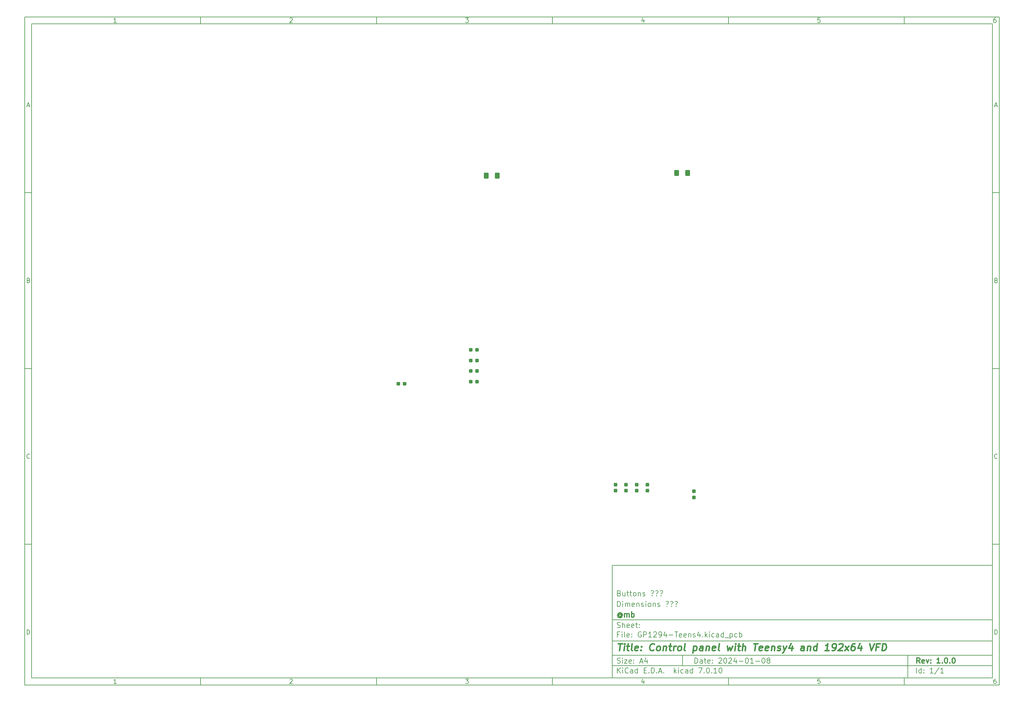
<source format=gbp>
G04 #@! TF.GenerationSoftware,KiCad,Pcbnew,7.0.10*
G04 #@! TF.CreationDate,2024-03-27T17:12:54+01:00*
G04 #@! TF.ProjectId,GP1294-Teens4,47503132-3934-42d5-9465-656e73342e6b,1.0.0*
G04 #@! TF.SameCoordinates,Original*
G04 #@! TF.FileFunction,Paste,Bot*
G04 #@! TF.FilePolarity,Positive*
%FSLAX46Y46*%
G04 Gerber Fmt 4.6, Leading zero omitted, Abs format (unit mm)*
G04 Created by KiCad (PCBNEW 7.0.10) date 2024-03-27 17:12:54*
%MOMM*%
%LPD*%
G01*
G04 APERTURE LIST*
G04 Aperture macros list*
%AMRoundRect*
0 Rectangle with rounded corners*
0 $1 Rounding radius*
0 $2 $3 $4 $5 $6 $7 $8 $9 X,Y pos of 4 corners*
0 Add a 4 corners polygon primitive as box body*
4,1,4,$2,$3,$4,$5,$6,$7,$8,$9,$2,$3,0*
0 Add four circle primitives for the rounded corners*
1,1,$1+$1,$2,$3*
1,1,$1+$1,$4,$5*
1,1,$1+$1,$6,$7*
1,1,$1+$1,$8,$9*
0 Add four rect primitives between the rounded corners*
20,1,$1+$1,$2,$3,$4,$5,0*
20,1,$1+$1,$4,$5,$6,$7,0*
20,1,$1+$1,$6,$7,$8,$9,0*
20,1,$1+$1,$8,$9,$2,$3,0*%
G04 Aperture macros list end*
%ADD10C,0.100000*%
%ADD11C,0.150000*%
%ADD12C,0.300000*%
%ADD13C,0.400000*%
%ADD14RoundRect,0.237500X-0.300000X-0.237500X0.300000X-0.237500X0.300000X0.237500X-0.300000X0.237500X0*%
%ADD15RoundRect,0.250000X0.400000X0.625000X-0.400000X0.625000X-0.400000X-0.625000X0.400000X-0.625000X0*%
%ADD16RoundRect,0.237500X-0.237500X0.300000X-0.237500X-0.300000X0.237500X-0.300000X0.237500X0.300000X0*%
G04 APERTURE END LIST*
D10*
D11*
X177002200Y-166007200D02*
X285002200Y-166007200D01*
X285002200Y-198007200D01*
X177002200Y-198007200D01*
X177002200Y-166007200D01*
D10*
D11*
X10000000Y-10000000D02*
X287002200Y-10000000D01*
X287002200Y-200007200D01*
X10000000Y-200007200D01*
X10000000Y-10000000D01*
D10*
D11*
X12000000Y-12000000D02*
X285002200Y-12000000D01*
X285002200Y-198007200D01*
X12000000Y-198007200D01*
X12000000Y-12000000D01*
D10*
D11*
X60000000Y-12000000D02*
X60000000Y-10000000D01*
D10*
D11*
X110000000Y-12000000D02*
X110000000Y-10000000D01*
D10*
D11*
X160000000Y-12000000D02*
X160000000Y-10000000D01*
D10*
D11*
X210000000Y-12000000D02*
X210000000Y-10000000D01*
D10*
D11*
X260000000Y-12000000D02*
X260000000Y-10000000D01*
D10*
D11*
X36089160Y-11593604D02*
X35346303Y-11593604D01*
X35717731Y-11593604D02*
X35717731Y-10293604D01*
X35717731Y-10293604D02*
X35593922Y-10479319D01*
X35593922Y-10479319D02*
X35470112Y-10603128D01*
X35470112Y-10603128D02*
X35346303Y-10665033D01*
D10*
D11*
X85346303Y-10417414D02*
X85408207Y-10355509D01*
X85408207Y-10355509D02*
X85532017Y-10293604D01*
X85532017Y-10293604D02*
X85841541Y-10293604D01*
X85841541Y-10293604D02*
X85965350Y-10355509D01*
X85965350Y-10355509D02*
X86027255Y-10417414D01*
X86027255Y-10417414D02*
X86089160Y-10541223D01*
X86089160Y-10541223D02*
X86089160Y-10665033D01*
X86089160Y-10665033D02*
X86027255Y-10850747D01*
X86027255Y-10850747D02*
X85284398Y-11593604D01*
X85284398Y-11593604D02*
X86089160Y-11593604D01*
D10*
D11*
X135284398Y-10293604D02*
X136089160Y-10293604D01*
X136089160Y-10293604D02*
X135655826Y-10788842D01*
X135655826Y-10788842D02*
X135841541Y-10788842D01*
X135841541Y-10788842D02*
X135965350Y-10850747D01*
X135965350Y-10850747D02*
X136027255Y-10912652D01*
X136027255Y-10912652D02*
X136089160Y-11036461D01*
X136089160Y-11036461D02*
X136089160Y-11345985D01*
X136089160Y-11345985D02*
X136027255Y-11469795D01*
X136027255Y-11469795D02*
X135965350Y-11531700D01*
X135965350Y-11531700D02*
X135841541Y-11593604D01*
X135841541Y-11593604D02*
X135470112Y-11593604D01*
X135470112Y-11593604D02*
X135346303Y-11531700D01*
X135346303Y-11531700D02*
X135284398Y-11469795D01*
D10*
D11*
X185965350Y-10726938D02*
X185965350Y-11593604D01*
X185655826Y-10231700D02*
X185346303Y-11160271D01*
X185346303Y-11160271D02*
X186151064Y-11160271D01*
D10*
D11*
X236027255Y-10293604D02*
X235408207Y-10293604D01*
X235408207Y-10293604D02*
X235346303Y-10912652D01*
X235346303Y-10912652D02*
X235408207Y-10850747D01*
X235408207Y-10850747D02*
X235532017Y-10788842D01*
X235532017Y-10788842D02*
X235841541Y-10788842D01*
X235841541Y-10788842D02*
X235965350Y-10850747D01*
X235965350Y-10850747D02*
X236027255Y-10912652D01*
X236027255Y-10912652D02*
X236089160Y-11036461D01*
X236089160Y-11036461D02*
X236089160Y-11345985D01*
X236089160Y-11345985D02*
X236027255Y-11469795D01*
X236027255Y-11469795D02*
X235965350Y-11531700D01*
X235965350Y-11531700D02*
X235841541Y-11593604D01*
X235841541Y-11593604D02*
X235532017Y-11593604D01*
X235532017Y-11593604D02*
X235408207Y-11531700D01*
X235408207Y-11531700D02*
X235346303Y-11469795D01*
D10*
D11*
X285965350Y-10293604D02*
X285717731Y-10293604D01*
X285717731Y-10293604D02*
X285593922Y-10355509D01*
X285593922Y-10355509D02*
X285532017Y-10417414D01*
X285532017Y-10417414D02*
X285408207Y-10603128D01*
X285408207Y-10603128D02*
X285346303Y-10850747D01*
X285346303Y-10850747D02*
X285346303Y-11345985D01*
X285346303Y-11345985D02*
X285408207Y-11469795D01*
X285408207Y-11469795D02*
X285470112Y-11531700D01*
X285470112Y-11531700D02*
X285593922Y-11593604D01*
X285593922Y-11593604D02*
X285841541Y-11593604D01*
X285841541Y-11593604D02*
X285965350Y-11531700D01*
X285965350Y-11531700D02*
X286027255Y-11469795D01*
X286027255Y-11469795D02*
X286089160Y-11345985D01*
X286089160Y-11345985D02*
X286089160Y-11036461D01*
X286089160Y-11036461D02*
X286027255Y-10912652D01*
X286027255Y-10912652D02*
X285965350Y-10850747D01*
X285965350Y-10850747D02*
X285841541Y-10788842D01*
X285841541Y-10788842D02*
X285593922Y-10788842D01*
X285593922Y-10788842D02*
X285470112Y-10850747D01*
X285470112Y-10850747D02*
X285408207Y-10912652D01*
X285408207Y-10912652D02*
X285346303Y-11036461D01*
D10*
D11*
X60000000Y-198007200D02*
X60000000Y-200007200D01*
D10*
D11*
X110000000Y-198007200D02*
X110000000Y-200007200D01*
D10*
D11*
X160000000Y-198007200D02*
X160000000Y-200007200D01*
D10*
D11*
X210000000Y-198007200D02*
X210000000Y-200007200D01*
D10*
D11*
X260000000Y-198007200D02*
X260000000Y-200007200D01*
D10*
D11*
X36089160Y-199600804D02*
X35346303Y-199600804D01*
X35717731Y-199600804D02*
X35717731Y-198300804D01*
X35717731Y-198300804D02*
X35593922Y-198486519D01*
X35593922Y-198486519D02*
X35470112Y-198610328D01*
X35470112Y-198610328D02*
X35346303Y-198672233D01*
D10*
D11*
X85346303Y-198424614D02*
X85408207Y-198362709D01*
X85408207Y-198362709D02*
X85532017Y-198300804D01*
X85532017Y-198300804D02*
X85841541Y-198300804D01*
X85841541Y-198300804D02*
X85965350Y-198362709D01*
X85965350Y-198362709D02*
X86027255Y-198424614D01*
X86027255Y-198424614D02*
X86089160Y-198548423D01*
X86089160Y-198548423D02*
X86089160Y-198672233D01*
X86089160Y-198672233D02*
X86027255Y-198857947D01*
X86027255Y-198857947D02*
X85284398Y-199600804D01*
X85284398Y-199600804D02*
X86089160Y-199600804D01*
D10*
D11*
X135284398Y-198300804D02*
X136089160Y-198300804D01*
X136089160Y-198300804D02*
X135655826Y-198796042D01*
X135655826Y-198796042D02*
X135841541Y-198796042D01*
X135841541Y-198796042D02*
X135965350Y-198857947D01*
X135965350Y-198857947D02*
X136027255Y-198919852D01*
X136027255Y-198919852D02*
X136089160Y-199043661D01*
X136089160Y-199043661D02*
X136089160Y-199353185D01*
X136089160Y-199353185D02*
X136027255Y-199476995D01*
X136027255Y-199476995D02*
X135965350Y-199538900D01*
X135965350Y-199538900D02*
X135841541Y-199600804D01*
X135841541Y-199600804D02*
X135470112Y-199600804D01*
X135470112Y-199600804D02*
X135346303Y-199538900D01*
X135346303Y-199538900D02*
X135284398Y-199476995D01*
D10*
D11*
X185965350Y-198734138D02*
X185965350Y-199600804D01*
X185655826Y-198238900D02*
X185346303Y-199167471D01*
X185346303Y-199167471D02*
X186151064Y-199167471D01*
D10*
D11*
X236027255Y-198300804D02*
X235408207Y-198300804D01*
X235408207Y-198300804D02*
X235346303Y-198919852D01*
X235346303Y-198919852D02*
X235408207Y-198857947D01*
X235408207Y-198857947D02*
X235532017Y-198796042D01*
X235532017Y-198796042D02*
X235841541Y-198796042D01*
X235841541Y-198796042D02*
X235965350Y-198857947D01*
X235965350Y-198857947D02*
X236027255Y-198919852D01*
X236027255Y-198919852D02*
X236089160Y-199043661D01*
X236089160Y-199043661D02*
X236089160Y-199353185D01*
X236089160Y-199353185D02*
X236027255Y-199476995D01*
X236027255Y-199476995D02*
X235965350Y-199538900D01*
X235965350Y-199538900D02*
X235841541Y-199600804D01*
X235841541Y-199600804D02*
X235532017Y-199600804D01*
X235532017Y-199600804D02*
X235408207Y-199538900D01*
X235408207Y-199538900D02*
X235346303Y-199476995D01*
D10*
D11*
X285965350Y-198300804D02*
X285717731Y-198300804D01*
X285717731Y-198300804D02*
X285593922Y-198362709D01*
X285593922Y-198362709D02*
X285532017Y-198424614D01*
X285532017Y-198424614D02*
X285408207Y-198610328D01*
X285408207Y-198610328D02*
X285346303Y-198857947D01*
X285346303Y-198857947D02*
X285346303Y-199353185D01*
X285346303Y-199353185D02*
X285408207Y-199476995D01*
X285408207Y-199476995D02*
X285470112Y-199538900D01*
X285470112Y-199538900D02*
X285593922Y-199600804D01*
X285593922Y-199600804D02*
X285841541Y-199600804D01*
X285841541Y-199600804D02*
X285965350Y-199538900D01*
X285965350Y-199538900D02*
X286027255Y-199476995D01*
X286027255Y-199476995D02*
X286089160Y-199353185D01*
X286089160Y-199353185D02*
X286089160Y-199043661D01*
X286089160Y-199043661D02*
X286027255Y-198919852D01*
X286027255Y-198919852D02*
X285965350Y-198857947D01*
X285965350Y-198857947D02*
X285841541Y-198796042D01*
X285841541Y-198796042D02*
X285593922Y-198796042D01*
X285593922Y-198796042D02*
X285470112Y-198857947D01*
X285470112Y-198857947D02*
X285408207Y-198919852D01*
X285408207Y-198919852D02*
X285346303Y-199043661D01*
D10*
D11*
X10000000Y-60000000D02*
X12000000Y-60000000D01*
D10*
D11*
X10000000Y-110000000D02*
X12000000Y-110000000D01*
D10*
D11*
X10000000Y-160000000D02*
X12000000Y-160000000D01*
D10*
D11*
X10690476Y-35222176D02*
X11309523Y-35222176D01*
X10566666Y-35593604D02*
X10999999Y-34293604D01*
X10999999Y-34293604D02*
X11433333Y-35593604D01*
D10*
D11*
X11092857Y-84912652D02*
X11278571Y-84974557D01*
X11278571Y-84974557D02*
X11340476Y-85036461D01*
X11340476Y-85036461D02*
X11402380Y-85160271D01*
X11402380Y-85160271D02*
X11402380Y-85345985D01*
X11402380Y-85345985D02*
X11340476Y-85469795D01*
X11340476Y-85469795D02*
X11278571Y-85531700D01*
X11278571Y-85531700D02*
X11154761Y-85593604D01*
X11154761Y-85593604D02*
X10659523Y-85593604D01*
X10659523Y-85593604D02*
X10659523Y-84293604D01*
X10659523Y-84293604D02*
X11092857Y-84293604D01*
X11092857Y-84293604D02*
X11216666Y-84355509D01*
X11216666Y-84355509D02*
X11278571Y-84417414D01*
X11278571Y-84417414D02*
X11340476Y-84541223D01*
X11340476Y-84541223D02*
X11340476Y-84665033D01*
X11340476Y-84665033D02*
X11278571Y-84788842D01*
X11278571Y-84788842D02*
X11216666Y-84850747D01*
X11216666Y-84850747D02*
X11092857Y-84912652D01*
X11092857Y-84912652D02*
X10659523Y-84912652D01*
D10*
D11*
X11402380Y-135469795D02*
X11340476Y-135531700D01*
X11340476Y-135531700D02*
X11154761Y-135593604D01*
X11154761Y-135593604D02*
X11030952Y-135593604D01*
X11030952Y-135593604D02*
X10845238Y-135531700D01*
X10845238Y-135531700D02*
X10721428Y-135407890D01*
X10721428Y-135407890D02*
X10659523Y-135284080D01*
X10659523Y-135284080D02*
X10597619Y-135036461D01*
X10597619Y-135036461D02*
X10597619Y-134850747D01*
X10597619Y-134850747D02*
X10659523Y-134603128D01*
X10659523Y-134603128D02*
X10721428Y-134479319D01*
X10721428Y-134479319D02*
X10845238Y-134355509D01*
X10845238Y-134355509D02*
X11030952Y-134293604D01*
X11030952Y-134293604D02*
X11154761Y-134293604D01*
X11154761Y-134293604D02*
X11340476Y-134355509D01*
X11340476Y-134355509D02*
X11402380Y-134417414D01*
D10*
D11*
X10659523Y-185593604D02*
X10659523Y-184293604D01*
X10659523Y-184293604D02*
X10969047Y-184293604D01*
X10969047Y-184293604D02*
X11154761Y-184355509D01*
X11154761Y-184355509D02*
X11278571Y-184479319D01*
X11278571Y-184479319D02*
X11340476Y-184603128D01*
X11340476Y-184603128D02*
X11402380Y-184850747D01*
X11402380Y-184850747D02*
X11402380Y-185036461D01*
X11402380Y-185036461D02*
X11340476Y-185284080D01*
X11340476Y-185284080D02*
X11278571Y-185407890D01*
X11278571Y-185407890D02*
X11154761Y-185531700D01*
X11154761Y-185531700D02*
X10969047Y-185593604D01*
X10969047Y-185593604D02*
X10659523Y-185593604D01*
D10*
D11*
X287002200Y-60000000D02*
X285002200Y-60000000D01*
D10*
D11*
X287002200Y-110000000D02*
X285002200Y-110000000D01*
D10*
D11*
X287002200Y-160000000D02*
X285002200Y-160000000D01*
D10*
D11*
X285692676Y-35222176D02*
X286311723Y-35222176D01*
X285568866Y-35593604D02*
X286002199Y-34293604D01*
X286002199Y-34293604D02*
X286435533Y-35593604D01*
D10*
D11*
X286095057Y-84912652D02*
X286280771Y-84974557D01*
X286280771Y-84974557D02*
X286342676Y-85036461D01*
X286342676Y-85036461D02*
X286404580Y-85160271D01*
X286404580Y-85160271D02*
X286404580Y-85345985D01*
X286404580Y-85345985D02*
X286342676Y-85469795D01*
X286342676Y-85469795D02*
X286280771Y-85531700D01*
X286280771Y-85531700D02*
X286156961Y-85593604D01*
X286156961Y-85593604D02*
X285661723Y-85593604D01*
X285661723Y-85593604D02*
X285661723Y-84293604D01*
X285661723Y-84293604D02*
X286095057Y-84293604D01*
X286095057Y-84293604D02*
X286218866Y-84355509D01*
X286218866Y-84355509D02*
X286280771Y-84417414D01*
X286280771Y-84417414D02*
X286342676Y-84541223D01*
X286342676Y-84541223D02*
X286342676Y-84665033D01*
X286342676Y-84665033D02*
X286280771Y-84788842D01*
X286280771Y-84788842D02*
X286218866Y-84850747D01*
X286218866Y-84850747D02*
X286095057Y-84912652D01*
X286095057Y-84912652D02*
X285661723Y-84912652D01*
D10*
D11*
X286404580Y-135469795D02*
X286342676Y-135531700D01*
X286342676Y-135531700D02*
X286156961Y-135593604D01*
X286156961Y-135593604D02*
X286033152Y-135593604D01*
X286033152Y-135593604D02*
X285847438Y-135531700D01*
X285847438Y-135531700D02*
X285723628Y-135407890D01*
X285723628Y-135407890D02*
X285661723Y-135284080D01*
X285661723Y-135284080D02*
X285599819Y-135036461D01*
X285599819Y-135036461D02*
X285599819Y-134850747D01*
X285599819Y-134850747D02*
X285661723Y-134603128D01*
X285661723Y-134603128D02*
X285723628Y-134479319D01*
X285723628Y-134479319D02*
X285847438Y-134355509D01*
X285847438Y-134355509D02*
X286033152Y-134293604D01*
X286033152Y-134293604D02*
X286156961Y-134293604D01*
X286156961Y-134293604D02*
X286342676Y-134355509D01*
X286342676Y-134355509D02*
X286404580Y-134417414D01*
D10*
D11*
X285661723Y-185593604D02*
X285661723Y-184293604D01*
X285661723Y-184293604D02*
X285971247Y-184293604D01*
X285971247Y-184293604D02*
X286156961Y-184355509D01*
X286156961Y-184355509D02*
X286280771Y-184479319D01*
X286280771Y-184479319D02*
X286342676Y-184603128D01*
X286342676Y-184603128D02*
X286404580Y-184850747D01*
X286404580Y-184850747D02*
X286404580Y-185036461D01*
X286404580Y-185036461D02*
X286342676Y-185284080D01*
X286342676Y-185284080D02*
X286280771Y-185407890D01*
X286280771Y-185407890D02*
X286156961Y-185531700D01*
X286156961Y-185531700D02*
X285971247Y-185593604D01*
X285971247Y-185593604D02*
X285661723Y-185593604D01*
D10*
D11*
X200458026Y-193793328D02*
X200458026Y-192293328D01*
X200458026Y-192293328D02*
X200815169Y-192293328D01*
X200815169Y-192293328D02*
X201029455Y-192364757D01*
X201029455Y-192364757D02*
X201172312Y-192507614D01*
X201172312Y-192507614D02*
X201243741Y-192650471D01*
X201243741Y-192650471D02*
X201315169Y-192936185D01*
X201315169Y-192936185D02*
X201315169Y-193150471D01*
X201315169Y-193150471D02*
X201243741Y-193436185D01*
X201243741Y-193436185D02*
X201172312Y-193579042D01*
X201172312Y-193579042D02*
X201029455Y-193721900D01*
X201029455Y-193721900D02*
X200815169Y-193793328D01*
X200815169Y-193793328D02*
X200458026Y-193793328D01*
X202600884Y-193793328D02*
X202600884Y-193007614D01*
X202600884Y-193007614D02*
X202529455Y-192864757D01*
X202529455Y-192864757D02*
X202386598Y-192793328D01*
X202386598Y-192793328D02*
X202100884Y-192793328D01*
X202100884Y-192793328D02*
X201958026Y-192864757D01*
X202600884Y-193721900D02*
X202458026Y-193793328D01*
X202458026Y-193793328D02*
X202100884Y-193793328D01*
X202100884Y-193793328D02*
X201958026Y-193721900D01*
X201958026Y-193721900D02*
X201886598Y-193579042D01*
X201886598Y-193579042D02*
X201886598Y-193436185D01*
X201886598Y-193436185D02*
X201958026Y-193293328D01*
X201958026Y-193293328D02*
X202100884Y-193221900D01*
X202100884Y-193221900D02*
X202458026Y-193221900D01*
X202458026Y-193221900D02*
X202600884Y-193150471D01*
X203100884Y-192793328D02*
X203672312Y-192793328D01*
X203315169Y-192293328D02*
X203315169Y-193579042D01*
X203315169Y-193579042D02*
X203386598Y-193721900D01*
X203386598Y-193721900D02*
X203529455Y-193793328D01*
X203529455Y-193793328D02*
X203672312Y-193793328D01*
X204743741Y-193721900D02*
X204600884Y-193793328D01*
X204600884Y-193793328D02*
X204315170Y-193793328D01*
X204315170Y-193793328D02*
X204172312Y-193721900D01*
X204172312Y-193721900D02*
X204100884Y-193579042D01*
X204100884Y-193579042D02*
X204100884Y-193007614D01*
X204100884Y-193007614D02*
X204172312Y-192864757D01*
X204172312Y-192864757D02*
X204315170Y-192793328D01*
X204315170Y-192793328D02*
X204600884Y-192793328D01*
X204600884Y-192793328D02*
X204743741Y-192864757D01*
X204743741Y-192864757D02*
X204815170Y-193007614D01*
X204815170Y-193007614D02*
X204815170Y-193150471D01*
X204815170Y-193150471D02*
X204100884Y-193293328D01*
X205458026Y-193650471D02*
X205529455Y-193721900D01*
X205529455Y-193721900D02*
X205458026Y-193793328D01*
X205458026Y-193793328D02*
X205386598Y-193721900D01*
X205386598Y-193721900D02*
X205458026Y-193650471D01*
X205458026Y-193650471D02*
X205458026Y-193793328D01*
X205458026Y-192864757D02*
X205529455Y-192936185D01*
X205529455Y-192936185D02*
X205458026Y-193007614D01*
X205458026Y-193007614D02*
X205386598Y-192936185D01*
X205386598Y-192936185D02*
X205458026Y-192864757D01*
X205458026Y-192864757D02*
X205458026Y-193007614D01*
X207243741Y-192436185D02*
X207315169Y-192364757D01*
X207315169Y-192364757D02*
X207458027Y-192293328D01*
X207458027Y-192293328D02*
X207815169Y-192293328D01*
X207815169Y-192293328D02*
X207958027Y-192364757D01*
X207958027Y-192364757D02*
X208029455Y-192436185D01*
X208029455Y-192436185D02*
X208100884Y-192579042D01*
X208100884Y-192579042D02*
X208100884Y-192721900D01*
X208100884Y-192721900D02*
X208029455Y-192936185D01*
X208029455Y-192936185D02*
X207172312Y-193793328D01*
X207172312Y-193793328D02*
X208100884Y-193793328D01*
X209029455Y-192293328D02*
X209172312Y-192293328D01*
X209172312Y-192293328D02*
X209315169Y-192364757D01*
X209315169Y-192364757D02*
X209386598Y-192436185D01*
X209386598Y-192436185D02*
X209458026Y-192579042D01*
X209458026Y-192579042D02*
X209529455Y-192864757D01*
X209529455Y-192864757D02*
X209529455Y-193221900D01*
X209529455Y-193221900D02*
X209458026Y-193507614D01*
X209458026Y-193507614D02*
X209386598Y-193650471D01*
X209386598Y-193650471D02*
X209315169Y-193721900D01*
X209315169Y-193721900D02*
X209172312Y-193793328D01*
X209172312Y-193793328D02*
X209029455Y-193793328D01*
X209029455Y-193793328D02*
X208886598Y-193721900D01*
X208886598Y-193721900D02*
X208815169Y-193650471D01*
X208815169Y-193650471D02*
X208743740Y-193507614D01*
X208743740Y-193507614D02*
X208672312Y-193221900D01*
X208672312Y-193221900D02*
X208672312Y-192864757D01*
X208672312Y-192864757D02*
X208743740Y-192579042D01*
X208743740Y-192579042D02*
X208815169Y-192436185D01*
X208815169Y-192436185D02*
X208886598Y-192364757D01*
X208886598Y-192364757D02*
X209029455Y-192293328D01*
X210100883Y-192436185D02*
X210172311Y-192364757D01*
X210172311Y-192364757D02*
X210315169Y-192293328D01*
X210315169Y-192293328D02*
X210672311Y-192293328D01*
X210672311Y-192293328D02*
X210815169Y-192364757D01*
X210815169Y-192364757D02*
X210886597Y-192436185D01*
X210886597Y-192436185D02*
X210958026Y-192579042D01*
X210958026Y-192579042D02*
X210958026Y-192721900D01*
X210958026Y-192721900D02*
X210886597Y-192936185D01*
X210886597Y-192936185D02*
X210029454Y-193793328D01*
X210029454Y-193793328D02*
X210958026Y-193793328D01*
X212243740Y-192793328D02*
X212243740Y-193793328D01*
X211886597Y-192221900D02*
X211529454Y-193293328D01*
X211529454Y-193293328D02*
X212458025Y-193293328D01*
X213029453Y-193221900D02*
X214172311Y-193221900D01*
X215172311Y-192293328D02*
X215315168Y-192293328D01*
X215315168Y-192293328D02*
X215458025Y-192364757D01*
X215458025Y-192364757D02*
X215529454Y-192436185D01*
X215529454Y-192436185D02*
X215600882Y-192579042D01*
X215600882Y-192579042D02*
X215672311Y-192864757D01*
X215672311Y-192864757D02*
X215672311Y-193221900D01*
X215672311Y-193221900D02*
X215600882Y-193507614D01*
X215600882Y-193507614D02*
X215529454Y-193650471D01*
X215529454Y-193650471D02*
X215458025Y-193721900D01*
X215458025Y-193721900D02*
X215315168Y-193793328D01*
X215315168Y-193793328D02*
X215172311Y-193793328D01*
X215172311Y-193793328D02*
X215029454Y-193721900D01*
X215029454Y-193721900D02*
X214958025Y-193650471D01*
X214958025Y-193650471D02*
X214886596Y-193507614D01*
X214886596Y-193507614D02*
X214815168Y-193221900D01*
X214815168Y-193221900D02*
X214815168Y-192864757D01*
X214815168Y-192864757D02*
X214886596Y-192579042D01*
X214886596Y-192579042D02*
X214958025Y-192436185D01*
X214958025Y-192436185D02*
X215029454Y-192364757D01*
X215029454Y-192364757D02*
X215172311Y-192293328D01*
X217100882Y-193793328D02*
X216243739Y-193793328D01*
X216672310Y-193793328D02*
X216672310Y-192293328D01*
X216672310Y-192293328D02*
X216529453Y-192507614D01*
X216529453Y-192507614D02*
X216386596Y-192650471D01*
X216386596Y-192650471D02*
X216243739Y-192721900D01*
X217743738Y-193221900D02*
X218886596Y-193221900D01*
X219886596Y-192293328D02*
X220029453Y-192293328D01*
X220029453Y-192293328D02*
X220172310Y-192364757D01*
X220172310Y-192364757D02*
X220243739Y-192436185D01*
X220243739Y-192436185D02*
X220315167Y-192579042D01*
X220315167Y-192579042D02*
X220386596Y-192864757D01*
X220386596Y-192864757D02*
X220386596Y-193221900D01*
X220386596Y-193221900D02*
X220315167Y-193507614D01*
X220315167Y-193507614D02*
X220243739Y-193650471D01*
X220243739Y-193650471D02*
X220172310Y-193721900D01*
X220172310Y-193721900D02*
X220029453Y-193793328D01*
X220029453Y-193793328D02*
X219886596Y-193793328D01*
X219886596Y-193793328D02*
X219743739Y-193721900D01*
X219743739Y-193721900D02*
X219672310Y-193650471D01*
X219672310Y-193650471D02*
X219600881Y-193507614D01*
X219600881Y-193507614D02*
X219529453Y-193221900D01*
X219529453Y-193221900D02*
X219529453Y-192864757D01*
X219529453Y-192864757D02*
X219600881Y-192579042D01*
X219600881Y-192579042D02*
X219672310Y-192436185D01*
X219672310Y-192436185D02*
X219743739Y-192364757D01*
X219743739Y-192364757D02*
X219886596Y-192293328D01*
X221243738Y-192936185D02*
X221100881Y-192864757D01*
X221100881Y-192864757D02*
X221029452Y-192793328D01*
X221029452Y-192793328D02*
X220958024Y-192650471D01*
X220958024Y-192650471D02*
X220958024Y-192579042D01*
X220958024Y-192579042D02*
X221029452Y-192436185D01*
X221029452Y-192436185D02*
X221100881Y-192364757D01*
X221100881Y-192364757D02*
X221243738Y-192293328D01*
X221243738Y-192293328D02*
X221529452Y-192293328D01*
X221529452Y-192293328D02*
X221672310Y-192364757D01*
X221672310Y-192364757D02*
X221743738Y-192436185D01*
X221743738Y-192436185D02*
X221815167Y-192579042D01*
X221815167Y-192579042D02*
X221815167Y-192650471D01*
X221815167Y-192650471D02*
X221743738Y-192793328D01*
X221743738Y-192793328D02*
X221672310Y-192864757D01*
X221672310Y-192864757D02*
X221529452Y-192936185D01*
X221529452Y-192936185D02*
X221243738Y-192936185D01*
X221243738Y-192936185D02*
X221100881Y-193007614D01*
X221100881Y-193007614D02*
X221029452Y-193079042D01*
X221029452Y-193079042D02*
X220958024Y-193221900D01*
X220958024Y-193221900D02*
X220958024Y-193507614D01*
X220958024Y-193507614D02*
X221029452Y-193650471D01*
X221029452Y-193650471D02*
X221100881Y-193721900D01*
X221100881Y-193721900D02*
X221243738Y-193793328D01*
X221243738Y-193793328D02*
X221529452Y-193793328D01*
X221529452Y-193793328D02*
X221672310Y-193721900D01*
X221672310Y-193721900D02*
X221743738Y-193650471D01*
X221743738Y-193650471D02*
X221815167Y-193507614D01*
X221815167Y-193507614D02*
X221815167Y-193221900D01*
X221815167Y-193221900D02*
X221743738Y-193079042D01*
X221743738Y-193079042D02*
X221672310Y-193007614D01*
X221672310Y-193007614D02*
X221529452Y-192936185D01*
D10*
D11*
X177002200Y-194507200D02*
X285002200Y-194507200D01*
D10*
D11*
X178458026Y-196593328D02*
X178458026Y-195093328D01*
X179315169Y-196593328D02*
X178672312Y-195736185D01*
X179315169Y-195093328D02*
X178458026Y-195950471D01*
X179958026Y-196593328D02*
X179958026Y-195593328D01*
X179958026Y-195093328D02*
X179886598Y-195164757D01*
X179886598Y-195164757D02*
X179958026Y-195236185D01*
X179958026Y-195236185D02*
X180029455Y-195164757D01*
X180029455Y-195164757D02*
X179958026Y-195093328D01*
X179958026Y-195093328D02*
X179958026Y-195236185D01*
X181529455Y-196450471D02*
X181458027Y-196521900D01*
X181458027Y-196521900D02*
X181243741Y-196593328D01*
X181243741Y-196593328D02*
X181100884Y-196593328D01*
X181100884Y-196593328D02*
X180886598Y-196521900D01*
X180886598Y-196521900D02*
X180743741Y-196379042D01*
X180743741Y-196379042D02*
X180672312Y-196236185D01*
X180672312Y-196236185D02*
X180600884Y-195950471D01*
X180600884Y-195950471D02*
X180600884Y-195736185D01*
X180600884Y-195736185D02*
X180672312Y-195450471D01*
X180672312Y-195450471D02*
X180743741Y-195307614D01*
X180743741Y-195307614D02*
X180886598Y-195164757D01*
X180886598Y-195164757D02*
X181100884Y-195093328D01*
X181100884Y-195093328D02*
X181243741Y-195093328D01*
X181243741Y-195093328D02*
X181458027Y-195164757D01*
X181458027Y-195164757D02*
X181529455Y-195236185D01*
X182815170Y-196593328D02*
X182815170Y-195807614D01*
X182815170Y-195807614D02*
X182743741Y-195664757D01*
X182743741Y-195664757D02*
X182600884Y-195593328D01*
X182600884Y-195593328D02*
X182315170Y-195593328D01*
X182315170Y-195593328D02*
X182172312Y-195664757D01*
X182815170Y-196521900D02*
X182672312Y-196593328D01*
X182672312Y-196593328D02*
X182315170Y-196593328D01*
X182315170Y-196593328D02*
X182172312Y-196521900D01*
X182172312Y-196521900D02*
X182100884Y-196379042D01*
X182100884Y-196379042D02*
X182100884Y-196236185D01*
X182100884Y-196236185D02*
X182172312Y-196093328D01*
X182172312Y-196093328D02*
X182315170Y-196021900D01*
X182315170Y-196021900D02*
X182672312Y-196021900D01*
X182672312Y-196021900D02*
X182815170Y-195950471D01*
X184172313Y-196593328D02*
X184172313Y-195093328D01*
X184172313Y-196521900D02*
X184029455Y-196593328D01*
X184029455Y-196593328D02*
X183743741Y-196593328D01*
X183743741Y-196593328D02*
X183600884Y-196521900D01*
X183600884Y-196521900D02*
X183529455Y-196450471D01*
X183529455Y-196450471D02*
X183458027Y-196307614D01*
X183458027Y-196307614D02*
X183458027Y-195879042D01*
X183458027Y-195879042D02*
X183529455Y-195736185D01*
X183529455Y-195736185D02*
X183600884Y-195664757D01*
X183600884Y-195664757D02*
X183743741Y-195593328D01*
X183743741Y-195593328D02*
X184029455Y-195593328D01*
X184029455Y-195593328D02*
X184172313Y-195664757D01*
X186029455Y-195807614D02*
X186529455Y-195807614D01*
X186743741Y-196593328D02*
X186029455Y-196593328D01*
X186029455Y-196593328D02*
X186029455Y-195093328D01*
X186029455Y-195093328D02*
X186743741Y-195093328D01*
X187386598Y-196450471D02*
X187458027Y-196521900D01*
X187458027Y-196521900D02*
X187386598Y-196593328D01*
X187386598Y-196593328D02*
X187315170Y-196521900D01*
X187315170Y-196521900D02*
X187386598Y-196450471D01*
X187386598Y-196450471D02*
X187386598Y-196593328D01*
X188100884Y-196593328D02*
X188100884Y-195093328D01*
X188100884Y-195093328D02*
X188458027Y-195093328D01*
X188458027Y-195093328D02*
X188672313Y-195164757D01*
X188672313Y-195164757D02*
X188815170Y-195307614D01*
X188815170Y-195307614D02*
X188886599Y-195450471D01*
X188886599Y-195450471D02*
X188958027Y-195736185D01*
X188958027Y-195736185D02*
X188958027Y-195950471D01*
X188958027Y-195950471D02*
X188886599Y-196236185D01*
X188886599Y-196236185D02*
X188815170Y-196379042D01*
X188815170Y-196379042D02*
X188672313Y-196521900D01*
X188672313Y-196521900D02*
X188458027Y-196593328D01*
X188458027Y-196593328D02*
X188100884Y-196593328D01*
X189600884Y-196450471D02*
X189672313Y-196521900D01*
X189672313Y-196521900D02*
X189600884Y-196593328D01*
X189600884Y-196593328D02*
X189529456Y-196521900D01*
X189529456Y-196521900D02*
X189600884Y-196450471D01*
X189600884Y-196450471D02*
X189600884Y-196593328D01*
X190243742Y-196164757D02*
X190958028Y-196164757D01*
X190100885Y-196593328D02*
X190600885Y-195093328D01*
X190600885Y-195093328D02*
X191100885Y-196593328D01*
X191600884Y-196450471D02*
X191672313Y-196521900D01*
X191672313Y-196521900D02*
X191600884Y-196593328D01*
X191600884Y-196593328D02*
X191529456Y-196521900D01*
X191529456Y-196521900D02*
X191600884Y-196450471D01*
X191600884Y-196450471D02*
X191600884Y-196593328D01*
X194600884Y-196593328D02*
X194600884Y-195093328D01*
X194743742Y-196021900D02*
X195172313Y-196593328D01*
X195172313Y-195593328D02*
X194600884Y-196164757D01*
X195815170Y-196593328D02*
X195815170Y-195593328D01*
X195815170Y-195093328D02*
X195743742Y-195164757D01*
X195743742Y-195164757D02*
X195815170Y-195236185D01*
X195815170Y-195236185D02*
X195886599Y-195164757D01*
X195886599Y-195164757D02*
X195815170Y-195093328D01*
X195815170Y-195093328D02*
X195815170Y-195236185D01*
X197172314Y-196521900D02*
X197029456Y-196593328D01*
X197029456Y-196593328D02*
X196743742Y-196593328D01*
X196743742Y-196593328D02*
X196600885Y-196521900D01*
X196600885Y-196521900D02*
X196529456Y-196450471D01*
X196529456Y-196450471D02*
X196458028Y-196307614D01*
X196458028Y-196307614D02*
X196458028Y-195879042D01*
X196458028Y-195879042D02*
X196529456Y-195736185D01*
X196529456Y-195736185D02*
X196600885Y-195664757D01*
X196600885Y-195664757D02*
X196743742Y-195593328D01*
X196743742Y-195593328D02*
X197029456Y-195593328D01*
X197029456Y-195593328D02*
X197172314Y-195664757D01*
X198458028Y-196593328D02*
X198458028Y-195807614D01*
X198458028Y-195807614D02*
X198386599Y-195664757D01*
X198386599Y-195664757D02*
X198243742Y-195593328D01*
X198243742Y-195593328D02*
X197958028Y-195593328D01*
X197958028Y-195593328D02*
X197815170Y-195664757D01*
X198458028Y-196521900D02*
X198315170Y-196593328D01*
X198315170Y-196593328D02*
X197958028Y-196593328D01*
X197958028Y-196593328D02*
X197815170Y-196521900D01*
X197815170Y-196521900D02*
X197743742Y-196379042D01*
X197743742Y-196379042D02*
X197743742Y-196236185D01*
X197743742Y-196236185D02*
X197815170Y-196093328D01*
X197815170Y-196093328D02*
X197958028Y-196021900D01*
X197958028Y-196021900D02*
X198315170Y-196021900D01*
X198315170Y-196021900D02*
X198458028Y-195950471D01*
X199815171Y-196593328D02*
X199815171Y-195093328D01*
X199815171Y-196521900D02*
X199672313Y-196593328D01*
X199672313Y-196593328D02*
X199386599Y-196593328D01*
X199386599Y-196593328D02*
X199243742Y-196521900D01*
X199243742Y-196521900D02*
X199172313Y-196450471D01*
X199172313Y-196450471D02*
X199100885Y-196307614D01*
X199100885Y-196307614D02*
X199100885Y-195879042D01*
X199100885Y-195879042D02*
X199172313Y-195736185D01*
X199172313Y-195736185D02*
X199243742Y-195664757D01*
X199243742Y-195664757D02*
X199386599Y-195593328D01*
X199386599Y-195593328D02*
X199672313Y-195593328D01*
X199672313Y-195593328D02*
X199815171Y-195664757D01*
X201529456Y-195093328D02*
X202529456Y-195093328D01*
X202529456Y-195093328D02*
X201886599Y-196593328D01*
X203100884Y-196450471D02*
X203172313Y-196521900D01*
X203172313Y-196521900D02*
X203100884Y-196593328D01*
X203100884Y-196593328D02*
X203029456Y-196521900D01*
X203029456Y-196521900D02*
X203100884Y-196450471D01*
X203100884Y-196450471D02*
X203100884Y-196593328D01*
X204100885Y-195093328D02*
X204243742Y-195093328D01*
X204243742Y-195093328D02*
X204386599Y-195164757D01*
X204386599Y-195164757D02*
X204458028Y-195236185D01*
X204458028Y-195236185D02*
X204529456Y-195379042D01*
X204529456Y-195379042D02*
X204600885Y-195664757D01*
X204600885Y-195664757D02*
X204600885Y-196021900D01*
X204600885Y-196021900D02*
X204529456Y-196307614D01*
X204529456Y-196307614D02*
X204458028Y-196450471D01*
X204458028Y-196450471D02*
X204386599Y-196521900D01*
X204386599Y-196521900D02*
X204243742Y-196593328D01*
X204243742Y-196593328D02*
X204100885Y-196593328D01*
X204100885Y-196593328D02*
X203958028Y-196521900D01*
X203958028Y-196521900D02*
X203886599Y-196450471D01*
X203886599Y-196450471D02*
X203815170Y-196307614D01*
X203815170Y-196307614D02*
X203743742Y-196021900D01*
X203743742Y-196021900D02*
X203743742Y-195664757D01*
X203743742Y-195664757D02*
X203815170Y-195379042D01*
X203815170Y-195379042D02*
X203886599Y-195236185D01*
X203886599Y-195236185D02*
X203958028Y-195164757D01*
X203958028Y-195164757D02*
X204100885Y-195093328D01*
X205243741Y-196450471D02*
X205315170Y-196521900D01*
X205315170Y-196521900D02*
X205243741Y-196593328D01*
X205243741Y-196593328D02*
X205172313Y-196521900D01*
X205172313Y-196521900D02*
X205243741Y-196450471D01*
X205243741Y-196450471D02*
X205243741Y-196593328D01*
X206743742Y-196593328D02*
X205886599Y-196593328D01*
X206315170Y-196593328D02*
X206315170Y-195093328D01*
X206315170Y-195093328D02*
X206172313Y-195307614D01*
X206172313Y-195307614D02*
X206029456Y-195450471D01*
X206029456Y-195450471D02*
X205886599Y-195521900D01*
X207672313Y-195093328D02*
X207815170Y-195093328D01*
X207815170Y-195093328D02*
X207958027Y-195164757D01*
X207958027Y-195164757D02*
X208029456Y-195236185D01*
X208029456Y-195236185D02*
X208100884Y-195379042D01*
X208100884Y-195379042D02*
X208172313Y-195664757D01*
X208172313Y-195664757D02*
X208172313Y-196021900D01*
X208172313Y-196021900D02*
X208100884Y-196307614D01*
X208100884Y-196307614D02*
X208029456Y-196450471D01*
X208029456Y-196450471D02*
X207958027Y-196521900D01*
X207958027Y-196521900D02*
X207815170Y-196593328D01*
X207815170Y-196593328D02*
X207672313Y-196593328D01*
X207672313Y-196593328D02*
X207529456Y-196521900D01*
X207529456Y-196521900D02*
X207458027Y-196450471D01*
X207458027Y-196450471D02*
X207386598Y-196307614D01*
X207386598Y-196307614D02*
X207315170Y-196021900D01*
X207315170Y-196021900D02*
X207315170Y-195664757D01*
X207315170Y-195664757D02*
X207386598Y-195379042D01*
X207386598Y-195379042D02*
X207458027Y-195236185D01*
X207458027Y-195236185D02*
X207529456Y-195164757D01*
X207529456Y-195164757D02*
X207672313Y-195093328D01*
D10*
D11*
X177002200Y-191507200D02*
X285002200Y-191507200D01*
D10*
D12*
X264413853Y-193785528D02*
X263913853Y-193071242D01*
X263556710Y-193785528D02*
X263556710Y-192285528D01*
X263556710Y-192285528D02*
X264128139Y-192285528D01*
X264128139Y-192285528D02*
X264270996Y-192356957D01*
X264270996Y-192356957D02*
X264342425Y-192428385D01*
X264342425Y-192428385D02*
X264413853Y-192571242D01*
X264413853Y-192571242D02*
X264413853Y-192785528D01*
X264413853Y-192785528D02*
X264342425Y-192928385D01*
X264342425Y-192928385D02*
X264270996Y-192999814D01*
X264270996Y-192999814D02*
X264128139Y-193071242D01*
X264128139Y-193071242D02*
X263556710Y-193071242D01*
X265628139Y-193714100D02*
X265485282Y-193785528D01*
X265485282Y-193785528D02*
X265199568Y-193785528D01*
X265199568Y-193785528D02*
X265056710Y-193714100D01*
X265056710Y-193714100D02*
X264985282Y-193571242D01*
X264985282Y-193571242D02*
X264985282Y-192999814D01*
X264985282Y-192999814D02*
X265056710Y-192856957D01*
X265056710Y-192856957D02*
X265199568Y-192785528D01*
X265199568Y-192785528D02*
X265485282Y-192785528D01*
X265485282Y-192785528D02*
X265628139Y-192856957D01*
X265628139Y-192856957D02*
X265699568Y-192999814D01*
X265699568Y-192999814D02*
X265699568Y-193142671D01*
X265699568Y-193142671D02*
X264985282Y-193285528D01*
X266199567Y-192785528D02*
X266556710Y-193785528D01*
X266556710Y-193785528D02*
X266913853Y-192785528D01*
X267485281Y-193642671D02*
X267556710Y-193714100D01*
X267556710Y-193714100D02*
X267485281Y-193785528D01*
X267485281Y-193785528D02*
X267413853Y-193714100D01*
X267413853Y-193714100D02*
X267485281Y-193642671D01*
X267485281Y-193642671D02*
X267485281Y-193785528D01*
X267485281Y-192856957D02*
X267556710Y-192928385D01*
X267556710Y-192928385D02*
X267485281Y-192999814D01*
X267485281Y-192999814D02*
X267413853Y-192928385D01*
X267413853Y-192928385D02*
X267485281Y-192856957D01*
X267485281Y-192856957D02*
X267485281Y-192999814D01*
X270128139Y-193785528D02*
X269270996Y-193785528D01*
X269699567Y-193785528D02*
X269699567Y-192285528D01*
X269699567Y-192285528D02*
X269556710Y-192499814D01*
X269556710Y-192499814D02*
X269413853Y-192642671D01*
X269413853Y-192642671D02*
X269270996Y-192714100D01*
X270770995Y-193642671D02*
X270842424Y-193714100D01*
X270842424Y-193714100D02*
X270770995Y-193785528D01*
X270770995Y-193785528D02*
X270699567Y-193714100D01*
X270699567Y-193714100D02*
X270770995Y-193642671D01*
X270770995Y-193642671D02*
X270770995Y-193785528D01*
X271770996Y-192285528D02*
X271913853Y-192285528D01*
X271913853Y-192285528D02*
X272056710Y-192356957D01*
X272056710Y-192356957D02*
X272128139Y-192428385D01*
X272128139Y-192428385D02*
X272199567Y-192571242D01*
X272199567Y-192571242D02*
X272270996Y-192856957D01*
X272270996Y-192856957D02*
X272270996Y-193214100D01*
X272270996Y-193214100D02*
X272199567Y-193499814D01*
X272199567Y-193499814D02*
X272128139Y-193642671D01*
X272128139Y-193642671D02*
X272056710Y-193714100D01*
X272056710Y-193714100D02*
X271913853Y-193785528D01*
X271913853Y-193785528D02*
X271770996Y-193785528D01*
X271770996Y-193785528D02*
X271628139Y-193714100D01*
X271628139Y-193714100D02*
X271556710Y-193642671D01*
X271556710Y-193642671D02*
X271485281Y-193499814D01*
X271485281Y-193499814D02*
X271413853Y-193214100D01*
X271413853Y-193214100D02*
X271413853Y-192856957D01*
X271413853Y-192856957D02*
X271485281Y-192571242D01*
X271485281Y-192571242D02*
X271556710Y-192428385D01*
X271556710Y-192428385D02*
X271628139Y-192356957D01*
X271628139Y-192356957D02*
X271770996Y-192285528D01*
X272913852Y-193642671D02*
X272985281Y-193714100D01*
X272985281Y-193714100D02*
X272913852Y-193785528D01*
X272913852Y-193785528D02*
X272842424Y-193714100D01*
X272842424Y-193714100D02*
X272913852Y-193642671D01*
X272913852Y-193642671D02*
X272913852Y-193785528D01*
X273913853Y-192285528D02*
X274056710Y-192285528D01*
X274056710Y-192285528D02*
X274199567Y-192356957D01*
X274199567Y-192356957D02*
X274270996Y-192428385D01*
X274270996Y-192428385D02*
X274342424Y-192571242D01*
X274342424Y-192571242D02*
X274413853Y-192856957D01*
X274413853Y-192856957D02*
X274413853Y-193214100D01*
X274413853Y-193214100D02*
X274342424Y-193499814D01*
X274342424Y-193499814D02*
X274270996Y-193642671D01*
X274270996Y-193642671D02*
X274199567Y-193714100D01*
X274199567Y-193714100D02*
X274056710Y-193785528D01*
X274056710Y-193785528D02*
X273913853Y-193785528D01*
X273913853Y-193785528D02*
X273770996Y-193714100D01*
X273770996Y-193714100D02*
X273699567Y-193642671D01*
X273699567Y-193642671D02*
X273628138Y-193499814D01*
X273628138Y-193499814D02*
X273556710Y-193214100D01*
X273556710Y-193214100D02*
X273556710Y-192856957D01*
X273556710Y-192856957D02*
X273628138Y-192571242D01*
X273628138Y-192571242D02*
X273699567Y-192428385D01*
X273699567Y-192428385D02*
X273770996Y-192356957D01*
X273770996Y-192356957D02*
X273913853Y-192285528D01*
D10*
D11*
X178386598Y-193721900D02*
X178600884Y-193793328D01*
X178600884Y-193793328D02*
X178958026Y-193793328D01*
X178958026Y-193793328D02*
X179100884Y-193721900D01*
X179100884Y-193721900D02*
X179172312Y-193650471D01*
X179172312Y-193650471D02*
X179243741Y-193507614D01*
X179243741Y-193507614D02*
X179243741Y-193364757D01*
X179243741Y-193364757D02*
X179172312Y-193221900D01*
X179172312Y-193221900D02*
X179100884Y-193150471D01*
X179100884Y-193150471D02*
X178958026Y-193079042D01*
X178958026Y-193079042D02*
X178672312Y-193007614D01*
X178672312Y-193007614D02*
X178529455Y-192936185D01*
X178529455Y-192936185D02*
X178458026Y-192864757D01*
X178458026Y-192864757D02*
X178386598Y-192721900D01*
X178386598Y-192721900D02*
X178386598Y-192579042D01*
X178386598Y-192579042D02*
X178458026Y-192436185D01*
X178458026Y-192436185D02*
X178529455Y-192364757D01*
X178529455Y-192364757D02*
X178672312Y-192293328D01*
X178672312Y-192293328D02*
X179029455Y-192293328D01*
X179029455Y-192293328D02*
X179243741Y-192364757D01*
X179886597Y-193793328D02*
X179886597Y-192793328D01*
X179886597Y-192293328D02*
X179815169Y-192364757D01*
X179815169Y-192364757D02*
X179886597Y-192436185D01*
X179886597Y-192436185D02*
X179958026Y-192364757D01*
X179958026Y-192364757D02*
X179886597Y-192293328D01*
X179886597Y-192293328D02*
X179886597Y-192436185D01*
X180458026Y-192793328D02*
X181243741Y-192793328D01*
X181243741Y-192793328D02*
X180458026Y-193793328D01*
X180458026Y-193793328D02*
X181243741Y-193793328D01*
X182386598Y-193721900D02*
X182243741Y-193793328D01*
X182243741Y-193793328D02*
X181958027Y-193793328D01*
X181958027Y-193793328D02*
X181815169Y-193721900D01*
X181815169Y-193721900D02*
X181743741Y-193579042D01*
X181743741Y-193579042D02*
X181743741Y-193007614D01*
X181743741Y-193007614D02*
X181815169Y-192864757D01*
X181815169Y-192864757D02*
X181958027Y-192793328D01*
X181958027Y-192793328D02*
X182243741Y-192793328D01*
X182243741Y-192793328D02*
X182386598Y-192864757D01*
X182386598Y-192864757D02*
X182458027Y-193007614D01*
X182458027Y-193007614D02*
X182458027Y-193150471D01*
X182458027Y-193150471D02*
X181743741Y-193293328D01*
X183100883Y-193650471D02*
X183172312Y-193721900D01*
X183172312Y-193721900D02*
X183100883Y-193793328D01*
X183100883Y-193793328D02*
X183029455Y-193721900D01*
X183029455Y-193721900D02*
X183100883Y-193650471D01*
X183100883Y-193650471D02*
X183100883Y-193793328D01*
X183100883Y-192864757D02*
X183172312Y-192936185D01*
X183172312Y-192936185D02*
X183100883Y-193007614D01*
X183100883Y-193007614D02*
X183029455Y-192936185D01*
X183029455Y-192936185D02*
X183100883Y-192864757D01*
X183100883Y-192864757D02*
X183100883Y-193007614D01*
X184886598Y-193364757D02*
X185600884Y-193364757D01*
X184743741Y-193793328D02*
X185243741Y-192293328D01*
X185243741Y-192293328D02*
X185743741Y-193793328D01*
X186886598Y-192793328D02*
X186886598Y-193793328D01*
X186529455Y-192221900D02*
X186172312Y-193293328D01*
X186172312Y-193293328D02*
X187100883Y-193293328D01*
D10*
D11*
X263458026Y-196593328D02*
X263458026Y-195093328D01*
X264815170Y-196593328D02*
X264815170Y-195093328D01*
X264815170Y-196521900D02*
X264672312Y-196593328D01*
X264672312Y-196593328D02*
X264386598Y-196593328D01*
X264386598Y-196593328D02*
X264243741Y-196521900D01*
X264243741Y-196521900D02*
X264172312Y-196450471D01*
X264172312Y-196450471D02*
X264100884Y-196307614D01*
X264100884Y-196307614D02*
X264100884Y-195879042D01*
X264100884Y-195879042D02*
X264172312Y-195736185D01*
X264172312Y-195736185D02*
X264243741Y-195664757D01*
X264243741Y-195664757D02*
X264386598Y-195593328D01*
X264386598Y-195593328D02*
X264672312Y-195593328D01*
X264672312Y-195593328D02*
X264815170Y-195664757D01*
X265529455Y-196450471D02*
X265600884Y-196521900D01*
X265600884Y-196521900D02*
X265529455Y-196593328D01*
X265529455Y-196593328D02*
X265458027Y-196521900D01*
X265458027Y-196521900D02*
X265529455Y-196450471D01*
X265529455Y-196450471D02*
X265529455Y-196593328D01*
X265529455Y-195664757D02*
X265600884Y-195736185D01*
X265600884Y-195736185D02*
X265529455Y-195807614D01*
X265529455Y-195807614D02*
X265458027Y-195736185D01*
X265458027Y-195736185D02*
X265529455Y-195664757D01*
X265529455Y-195664757D02*
X265529455Y-195807614D01*
X268172313Y-196593328D02*
X267315170Y-196593328D01*
X267743741Y-196593328D02*
X267743741Y-195093328D01*
X267743741Y-195093328D02*
X267600884Y-195307614D01*
X267600884Y-195307614D02*
X267458027Y-195450471D01*
X267458027Y-195450471D02*
X267315170Y-195521900D01*
X269886598Y-195021900D02*
X268600884Y-196950471D01*
X271172313Y-196593328D02*
X270315170Y-196593328D01*
X270743741Y-196593328D02*
X270743741Y-195093328D01*
X270743741Y-195093328D02*
X270600884Y-195307614D01*
X270600884Y-195307614D02*
X270458027Y-195450471D01*
X270458027Y-195450471D02*
X270315170Y-195521900D01*
D10*
D11*
X177002200Y-187507200D02*
X285002200Y-187507200D01*
D10*
D13*
X178693928Y-188211638D02*
X179836785Y-188211638D01*
X179015357Y-190211638D02*
X179265357Y-188211638D01*
X180253452Y-190211638D02*
X180420119Y-188878304D01*
X180503452Y-188211638D02*
X180396309Y-188306876D01*
X180396309Y-188306876D02*
X180479643Y-188402114D01*
X180479643Y-188402114D02*
X180586786Y-188306876D01*
X180586786Y-188306876D02*
X180503452Y-188211638D01*
X180503452Y-188211638D02*
X180479643Y-188402114D01*
X181086786Y-188878304D02*
X181848690Y-188878304D01*
X181455833Y-188211638D02*
X181241548Y-189925923D01*
X181241548Y-189925923D02*
X181312976Y-190116400D01*
X181312976Y-190116400D02*
X181491548Y-190211638D01*
X181491548Y-190211638D02*
X181682024Y-190211638D01*
X182634405Y-190211638D02*
X182455833Y-190116400D01*
X182455833Y-190116400D02*
X182384405Y-189925923D01*
X182384405Y-189925923D02*
X182598690Y-188211638D01*
X184170119Y-190116400D02*
X183967738Y-190211638D01*
X183967738Y-190211638D02*
X183586785Y-190211638D01*
X183586785Y-190211638D02*
X183408214Y-190116400D01*
X183408214Y-190116400D02*
X183336785Y-189925923D01*
X183336785Y-189925923D02*
X183432024Y-189164019D01*
X183432024Y-189164019D02*
X183551071Y-188973542D01*
X183551071Y-188973542D02*
X183753452Y-188878304D01*
X183753452Y-188878304D02*
X184134404Y-188878304D01*
X184134404Y-188878304D02*
X184312976Y-188973542D01*
X184312976Y-188973542D02*
X184384404Y-189164019D01*
X184384404Y-189164019D02*
X184360595Y-189354495D01*
X184360595Y-189354495D02*
X183384404Y-189544971D01*
X185134405Y-190021161D02*
X185217738Y-190116400D01*
X185217738Y-190116400D02*
X185110595Y-190211638D01*
X185110595Y-190211638D02*
X185027262Y-190116400D01*
X185027262Y-190116400D02*
X185134405Y-190021161D01*
X185134405Y-190021161D02*
X185110595Y-190211638D01*
X185265357Y-188973542D02*
X185348690Y-189068780D01*
X185348690Y-189068780D02*
X185241548Y-189164019D01*
X185241548Y-189164019D02*
X185158214Y-189068780D01*
X185158214Y-189068780D02*
X185265357Y-188973542D01*
X185265357Y-188973542D02*
X185241548Y-189164019D01*
X188753453Y-190021161D02*
X188646310Y-190116400D01*
X188646310Y-190116400D02*
X188348691Y-190211638D01*
X188348691Y-190211638D02*
X188158215Y-190211638D01*
X188158215Y-190211638D02*
X187884405Y-190116400D01*
X187884405Y-190116400D02*
X187717739Y-189925923D01*
X187717739Y-189925923D02*
X187646310Y-189735447D01*
X187646310Y-189735447D02*
X187598691Y-189354495D01*
X187598691Y-189354495D02*
X187634405Y-189068780D01*
X187634405Y-189068780D02*
X187777262Y-188687828D01*
X187777262Y-188687828D02*
X187896310Y-188497352D01*
X187896310Y-188497352D02*
X188110596Y-188306876D01*
X188110596Y-188306876D02*
X188408215Y-188211638D01*
X188408215Y-188211638D02*
X188598691Y-188211638D01*
X188598691Y-188211638D02*
X188872501Y-188306876D01*
X188872501Y-188306876D02*
X188955834Y-188402114D01*
X189872501Y-190211638D02*
X189693929Y-190116400D01*
X189693929Y-190116400D02*
X189610596Y-190021161D01*
X189610596Y-190021161D02*
X189539167Y-189830685D01*
X189539167Y-189830685D02*
X189610596Y-189259257D01*
X189610596Y-189259257D02*
X189729643Y-189068780D01*
X189729643Y-189068780D02*
X189836786Y-188973542D01*
X189836786Y-188973542D02*
X190039167Y-188878304D01*
X190039167Y-188878304D02*
X190324881Y-188878304D01*
X190324881Y-188878304D02*
X190503453Y-188973542D01*
X190503453Y-188973542D02*
X190586786Y-189068780D01*
X190586786Y-189068780D02*
X190658215Y-189259257D01*
X190658215Y-189259257D02*
X190586786Y-189830685D01*
X190586786Y-189830685D02*
X190467739Y-190021161D01*
X190467739Y-190021161D02*
X190360596Y-190116400D01*
X190360596Y-190116400D02*
X190158215Y-190211638D01*
X190158215Y-190211638D02*
X189872501Y-190211638D01*
X191562977Y-188878304D02*
X191396310Y-190211638D01*
X191539167Y-189068780D02*
X191646310Y-188973542D01*
X191646310Y-188973542D02*
X191848691Y-188878304D01*
X191848691Y-188878304D02*
X192134405Y-188878304D01*
X192134405Y-188878304D02*
X192312977Y-188973542D01*
X192312977Y-188973542D02*
X192384405Y-189164019D01*
X192384405Y-189164019D02*
X192253453Y-190211638D01*
X193086787Y-188878304D02*
X193848691Y-188878304D01*
X193455834Y-188211638D02*
X193241549Y-189925923D01*
X193241549Y-189925923D02*
X193312977Y-190116400D01*
X193312977Y-190116400D02*
X193491549Y-190211638D01*
X193491549Y-190211638D02*
X193682025Y-190211638D01*
X194348691Y-190211638D02*
X194515358Y-188878304D01*
X194467739Y-189259257D02*
X194586786Y-189068780D01*
X194586786Y-189068780D02*
X194693929Y-188973542D01*
X194693929Y-188973542D02*
X194896310Y-188878304D01*
X194896310Y-188878304D02*
X195086786Y-188878304D01*
X195872501Y-190211638D02*
X195693929Y-190116400D01*
X195693929Y-190116400D02*
X195610596Y-190021161D01*
X195610596Y-190021161D02*
X195539167Y-189830685D01*
X195539167Y-189830685D02*
X195610596Y-189259257D01*
X195610596Y-189259257D02*
X195729643Y-189068780D01*
X195729643Y-189068780D02*
X195836786Y-188973542D01*
X195836786Y-188973542D02*
X196039167Y-188878304D01*
X196039167Y-188878304D02*
X196324881Y-188878304D01*
X196324881Y-188878304D02*
X196503453Y-188973542D01*
X196503453Y-188973542D02*
X196586786Y-189068780D01*
X196586786Y-189068780D02*
X196658215Y-189259257D01*
X196658215Y-189259257D02*
X196586786Y-189830685D01*
X196586786Y-189830685D02*
X196467739Y-190021161D01*
X196467739Y-190021161D02*
X196360596Y-190116400D01*
X196360596Y-190116400D02*
X196158215Y-190211638D01*
X196158215Y-190211638D02*
X195872501Y-190211638D01*
X197682025Y-190211638D02*
X197503453Y-190116400D01*
X197503453Y-190116400D02*
X197432025Y-189925923D01*
X197432025Y-189925923D02*
X197646310Y-188211638D01*
X200134406Y-188878304D02*
X199884406Y-190878304D01*
X200122501Y-188973542D02*
X200324882Y-188878304D01*
X200324882Y-188878304D02*
X200705834Y-188878304D01*
X200705834Y-188878304D02*
X200884406Y-188973542D01*
X200884406Y-188973542D02*
X200967739Y-189068780D01*
X200967739Y-189068780D02*
X201039168Y-189259257D01*
X201039168Y-189259257D02*
X200967739Y-189830685D01*
X200967739Y-189830685D02*
X200848692Y-190021161D01*
X200848692Y-190021161D02*
X200741549Y-190116400D01*
X200741549Y-190116400D02*
X200539168Y-190211638D01*
X200539168Y-190211638D02*
X200158215Y-190211638D01*
X200158215Y-190211638D02*
X199979644Y-190116400D01*
X202634406Y-190211638D02*
X202765358Y-189164019D01*
X202765358Y-189164019D02*
X202693930Y-188973542D01*
X202693930Y-188973542D02*
X202515358Y-188878304D01*
X202515358Y-188878304D02*
X202134406Y-188878304D01*
X202134406Y-188878304D02*
X201932025Y-188973542D01*
X202646311Y-190116400D02*
X202443930Y-190211638D01*
X202443930Y-190211638D02*
X201967739Y-190211638D01*
X201967739Y-190211638D02*
X201789168Y-190116400D01*
X201789168Y-190116400D02*
X201717739Y-189925923D01*
X201717739Y-189925923D02*
X201741549Y-189735447D01*
X201741549Y-189735447D02*
X201860597Y-189544971D01*
X201860597Y-189544971D02*
X202062978Y-189449733D01*
X202062978Y-189449733D02*
X202539168Y-189449733D01*
X202539168Y-189449733D02*
X202741549Y-189354495D01*
X203753454Y-188878304D02*
X203586787Y-190211638D01*
X203729644Y-189068780D02*
X203836787Y-188973542D01*
X203836787Y-188973542D02*
X204039168Y-188878304D01*
X204039168Y-188878304D02*
X204324882Y-188878304D01*
X204324882Y-188878304D02*
X204503454Y-188973542D01*
X204503454Y-188973542D02*
X204574882Y-189164019D01*
X204574882Y-189164019D02*
X204443930Y-190211638D01*
X206170121Y-190116400D02*
X205967740Y-190211638D01*
X205967740Y-190211638D02*
X205586787Y-190211638D01*
X205586787Y-190211638D02*
X205408216Y-190116400D01*
X205408216Y-190116400D02*
X205336787Y-189925923D01*
X205336787Y-189925923D02*
X205432026Y-189164019D01*
X205432026Y-189164019D02*
X205551073Y-188973542D01*
X205551073Y-188973542D02*
X205753454Y-188878304D01*
X205753454Y-188878304D02*
X206134406Y-188878304D01*
X206134406Y-188878304D02*
X206312978Y-188973542D01*
X206312978Y-188973542D02*
X206384406Y-189164019D01*
X206384406Y-189164019D02*
X206360597Y-189354495D01*
X206360597Y-189354495D02*
X205384406Y-189544971D01*
X207396312Y-190211638D02*
X207217740Y-190116400D01*
X207217740Y-190116400D02*
X207146312Y-189925923D01*
X207146312Y-189925923D02*
X207360597Y-188211638D01*
X209658217Y-188878304D02*
X209872502Y-190211638D01*
X209872502Y-190211638D02*
X210372502Y-189259257D01*
X210372502Y-189259257D02*
X210634407Y-190211638D01*
X210634407Y-190211638D02*
X211182026Y-188878304D01*
X211777264Y-190211638D02*
X211943931Y-188878304D01*
X212027264Y-188211638D02*
X211920121Y-188306876D01*
X211920121Y-188306876D02*
X212003455Y-188402114D01*
X212003455Y-188402114D02*
X212110598Y-188306876D01*
X212110598Y-188306876D02*
X212027264Y-188211638D01*
X212027264Y-188211638D02*
X212003455Y-188402114D01*
X212610598Y-188878304D02*
X213372502Y-188878304D01*
X212979645Y-188211638D02*
X212765360Y-189925923D01*
X212765360Y-189925923D02*
X212836788Y-190116400D01*
X212836788Y-190116400D02*
X213015360Y-190211638D01*
X213015360Y-190211638D02*
X213205836Y-190211638D01*
X213872502Y-190211638D02*
X214122502Y-188211638D01*
X214729645Y-190211638D02*
X214860597Y-189164019D01*
X214860597Y-189164019D02*
X214789169Y-188973542D01*
X214789169Y-188973542D02*
X214610597Y-188878304D01*
X214610597Y-188878304D02*
X214324883Y-188878304D01*
X214324883Y-188878304D02*
X214122502Y-188973542D01*
X214122502Y-188973542D02*
X214015359Y-189068780D01*
X217170122Y-188211638D02*
X218312979Y-188211638D01*
X217491551Y-190211638D02*
X217741551Y-188211638D01*
X219503456Y-190116400D02*
X219301075Y-190211638D01*
X219301075Y-190211638D02*
X218920122Y-190211638D01*
X218920122Y-190211638D02*
X218741551Y-190116400D01*
X218741551Y-190116400D02*
X218670122Y-189925923D01*
X218670122Y-189925923D02*
X218765361Y-189164019D01*
X218765361Y-189164019D02*
X218884408Y-188973542D01*
X218884408Y-188973542D02*
X219086789Y-188878304D01*
X219086789Y-188878304D02*
X219467741Y-188878304D01*
X219467741Y-188878304D02*
X219646313Y-188973542D01*
X219646313Y-188973542D02*
X219717741Y-189164019D01*
X219717741Y-189164019D02*
X219693932Y-189354495D01*
X219693932Y-189354495D02*
X218717741Y-189544971D01*
X221217742Y-190116400D02*
X221015361Y-190211638D01*
X221015361Y-190211638D02*
X220634408Y-190211638D01*
X220634408Y-190211638D02*
X220455837Y-190116400D01*
X220455837Y-190116400D02*
X220384408Y-189925923D01*
X220384408Y-189925923D02*
X220479647Y-189164019D01*
X220479647Y-189164019D02*
X220598694Y-188973542D01*
X220598694Y-188973542D02*
X220801075Y-188878304D01*
X220801075Y-188878304D02*
X221182027Y-188878304D01*
X221182027Y-188878304D02*
X221360599Y-188973542D01*
X221360599Y-188973542D02*
X221432027Y-189164019D01*
X221432027Y-189164019D02*
X221408218Y-189354495D01*
X221408218Y-189354495D02*
X220432027Y-189544971D01*
X222324885Y-188878304D02*
X222158218Y-190211638D01*
X222301075Y-189068780D02*
X222408218Y-188973542D01*
X222408218Y-188973542D02*
X222610599Y-188878304D01*
X222610599Y-188878304D02*
X222896313Y-188878304D01*
X222896313Y-188878304D02*
X223074885Y-188973542D01*
X223074885Y-188973542D02*
X223146313Y-189164019D01*
X223146313Y-189164019D02*
X223015361Y-190211638D01*
X223884409Y-190116400D02*
X224062980Y-190211638D01*
X224062980Y-190211638D02*
X224443933Y-190211638D01*
X224443933Y-190211638D02*
X224646314Y-190116400D01*
X224646314Y-190116400D02*
X224765361Y-189925923D01*
X224765361Y-189925923D02*
X224777266Y-189830685D01*
X224777266Y-189830685D02*
X224705837Y-189640209D01*
X224705837Y-189640209D02*
X224527266Y-189544971D01*
X224527266Y-189544971D02*
X224241552Y-189544971D01*
X224241552Y-189544971D02*
X224062980Y-189449733D01*
X224062980Y-189449733D02*
X223991552Y-189259257D01*
X223991552Y-189259257D02*
X224003457Y-189164019D01*
X224003457Y-189164019D02*
X224122504Y-188973542D01*
X224122504Y-188973542D02*
X224324885Y-188878304D01*
X224324885Y-188878304D02*
X224610599Y-188878304D01*
X224610599Y-188878304D02*
X224789171Y-188973542D01*
X225562981Y-188878304D02*
X225872505Y-190211638D01*
X226515362Y-188878304D02*
X225872505Y-190211638D01*
X225872505Y-190211638D02*
X225622505Y-190687828D01*
X225622505Y-190687828D02*
X225515362Y-190783066D01*
X225515362Y-190783066D02*
X225312981Y-190878304D01*
X228134410Y-188878304D02*
X227967743Y-190211638D01*
X227753457Y-188116400D02*
X227098695Y-189544971D01*
X227098695Y-189544971D02*
X228336791Y-189544971D01*
X231396315Y-190211638D02*
X231527267Y-189164019D01*
X231527267Y-189164019D02*
X231455839Y-188973542D01*
X231455839Y-188973542D02*
X231277267Y-188878304D01*
X231277267Y-188878304D02*
X230896315Y-188878304D01*
X230896315Y-188878304D02*
X230693934Y-188973542D01*
X231408220Y-190116400D02*
X231205839Y-190211638D01*
X231205839Y-190211638D02*
X230729648Y-190211638D01*
X230729648Y-190211638D02*
X230551077Y-190116400D01*
X230551077Y-190116400D02*
X230479648Y-189925923D01*
X230479648Y-189925923D02*
X230503458Y-189735447D01*
X230503458Y-189735447D02*
X230622506Y-189544971D01*
X230622506Y-189544971D02*
X230824887Y-189449733D01*
X230824887Y-189449733D02*
X231301077Y-189449733D01*
X231301077Y-189449733D02*
X231503458Y-189354495D01*
X232515363Y-188878304D02*
X232348696Y-190211638D01*
X232491553Y-189068780D02*
X232598696Y-188973542D01*
X232598696Y-188973542D02*
X232801077Y-188878304D01*
X232801077Y-188878304D02*
X233086791Y-188878304D01*
X233086791Y-188878304D02*
X233265363Y-188973542D01*
X233265363Y-188973542D02*
X233336791Y-189164019D01*
X233336791Y-189164019D02*
X233205839Y-190211638D01*
X235015363Y-190211638D02*
X235265363Y-188211638D01*
X235027268Y-190116400D02*
X234824887Y-190211638D01*
X234824887Y-190211638D02*
X234443935Y-190211638D01*
X234443935Y-190211638D02*
X234265363Y-190116400D01*
X234265363Y-190116400D02*
X234182030Y-190021161D01*
X234182030Y-190021161D02*
X234110601Y-189830685D01*
X234110601Y-189830685D02*
X234182030Y-189259257D01*
X234182030Y-189259257D02*
X234301077Y-189068780D01*
X234301077Y-189068780D02*
X234408220Y-188973542D01*
X234408220Y-188973542D02*
X234610601Y-188878304D01*
X234610601Y-188878304D02*
X234991554Y-188878304D01*
X234991554Y-188878304D02*
X235170125Y-188973542D01*
X238539173Y-190211638D02*
X237396316Y-190211638D01*
X237967745Y-190211638D02*
X238217745Y-188211638D01*
X238217745Y-188211638D02*
X237991554Y-188497352D01*
X237991554Y-188497352D02*
X237777269Y-188687828D01*
X237777269Y-188687828D02*
X237574888Y-188783066D01*
X239491554Y-190211638D02*
X239872507Y-190211638D01*
X239872507Y-190211638D02*
X240074888Y-190116400D01*
X240074888Y-190116400D02*
X240182031Y-190021161D01*
X240182031Y-190021161D02*
X240408221Y-189735447D01*
X240408221Y-189735447D02*
X240551078Y-189354495D01*
X240551078Y-189354495D02*
X240646316Y-188592590D01*
X240646316Y-188592590D02*
X240574888Y-188402114D01*
X240574888Y-188402114D02*
X240491554Y-188306876D01*
X240491554Y-188306876D02*
X240312983Y-188211638D01*
X240312983Y-188211638D02*
X239932031Y-188211638D01*
X239932031Y-188211638D02*
X239729650Y-188306876D01*
X239729650Y-188306876D02*
X239622507Y-188402114D01*
X239622507Y-188402114D02*
X239503459Y-188592590D01*
X239503459Y-188592590D02*
X239443935Y-189068780D01*
X239443935Y-189068780D02*
X239515364Y-189259257D01*
X239515364Y-189259257D02*
X239598697Y-189354495D01*
X239598697Y-189354495D02*
X239777269Y-189449733D01*
X239777269Y-189449733D02*
X240158221Y-189449733D01*
X240158221Y-189449733D02*
X240360602Y-189354495D01*
X240360602Y-189354495D02*
X240467745Y-189259257D01*
X240467745Y-189259257D02*
X240586792Y-189068780D01*
X241432031Y-188402114D02*
X241539173Y-188306876D01*
X241539173Y-188306876D02*
X241741554Y-188211638D01*
X241741554Y-188211638D02*
X242217745Y-188211638D01*
X242217745Y-188211638D02*
X242396316Y-188306876D01*
X242396316Y-188306876D02*
X242479650Y-188402114D01*
X242479650Y-188402114D02*
X242551078Y-188592590D01*
X242551078Y-188592590D02*
X242527269Y-188783066D01*
X242527269Y-188783066D02*
X242396316Y-189068780D01*
X242396316Y-189068780D02*
X241110602Y-190211638D01*
X241110602Y-190211638D02*
X242348697Y-190211638D01*
X243015364Y-190211638D02*
X244229650Y-188878304D01*
X243182031Y-188878304D02*
X244062983Y-190211638D01*
X245932031Y-188211638D02*
X245551079Y-188211638D01*
X245551079Y-188211638D02*
X245348698Y-188306876D01*
X245348698Y-188306876D02*
X245241555Y-188402114D01*
X245241555Y-188402114D02*
X245015364Y-188687828D01*
X245015364Y-188687828D02*
X244872507Y-189068780D01*
X244872507Y-189068780D02*
X244777269Y-189830685D01*
X244777269Y-189830685D02*
X244848698Y-190021161D01*
X244848698Y-190021161D02*
X244932031Y-190116400D01*
X244932031Y-190116400D02*
X245110603Y-190211638D01*
X245110603Y-190211638D02*
X245491555Y-190211638D01*
X245491555Y-190211638D02*
X245693936Y-190116400D01*
X245693936Y-190116400D02*
X245801079Y-190021161D01*
X245801079Y-190021161D02*
X245920126Y-189830685D01*
X245920126Y-189830685D02*
X245979650Y-189354495D01*
X245979650Y-189354495D02*
X245908222Y-189164019D01*
X245908222Y-189164019D02*
X245824888Y-189068780D01*
X245824888Y-189068780D02*
X245646317Y-188973542D01*
X245646317Y-188973542D02*
X245265364Y-188973542D01*
X245265364Y-188973542D02*
X245062983Y-189068780D01*
X245062983Y-189068780D02*
X244955841Y-189164019D01*
X244955841Y-189164019D02*
X244836793Y-189354495D01*
X247753460Y-188878304D02*
X247586793Y-190211638D01*
X247372507Y-188116400D02*
X246717745Y-189544971D01*
X246717745Y-189544971D02*
X247955841Y-189544971D01*
X250122508Y-188211638D02*
X250539175Y-190211638D01*
X250539175Y-190211638D02*
X251455841Y-188211638D01*
X252670127Y-189164019D02*
X252003461Y-189164019D01*
X251872508Y-190211638D02*
X252122508Y-188211638D01*
X252122508Y-188211638D02*
X253074889Y-188211638D01*
X253586794Y-190211638D02*
X253836794Y-188211638D01*
X253836794Y-188211638D02*
X254312985Y-188211638D01*
X254312985Y-188211638D02*
X254586794Y-188306876D01*
X254586794Y-188306876D02*
X254753461Y-188497352D01*
X254753461Y-188497352D02*
X254824889Y-188687828D01*
X254824889Y-188687828D02*
X254872509Y-189068780D01*
X254872509Y-189068780D02*
X254836794Y-189354495D01*
X254836794Y-189354495D02*
X254693937Y-189735447D01*
X254693937Y-189735447D02*
X254574889Y-189925923D01*
X254574889Y-189925923D02*
X254360604Y-190116400D01*
X254360604Y-190116400D02*
X254062985Y-190211638D01*
X254062985Y-190211638D02*
X253586794Y-190211638D01*
D10*
D11*
X178958026Y-185607614D02*
X178458026Y-185607614D01*
X178458026Y-186393328D02*
X178458026Y-184893328D01*
X178458026Y-184893328D02*
X179172312Y-184893328D01*
X179743740Y-186393328D02*
X179743740Y-185393328D01*
X179743740Y-184893328D02*
X179672312Y-184964757D01*
X179672312Y-184964757D02*
X179743740Y-185036185D01*
X179743740Y-185036185D02*
X179815169Y-184964757D01*
X179815169Y-184964757D02*
X179743740Y-184893328D01*
X179743740Y-184893328D02*
X179743740Y-185036185D01*
X180672312Y-186393328D02*
X180529455Y-186321900D01*
X180529455Y-186321900D02*
X180458026Y-186179042D01*
X180458026Y-186179042D02*
X180458026Y-184893328D01*
X181815169Y-186321900D02*
X181672312Y-186393328D01*
X181672312Y-186393328D02*
X181386598Y-186393328D01*
X181386598Y-186393328D02*
X181243740Y-186321900D01*
X181243740Y-186321900D02*
X181172312Y-186179042D01*
X181172312Y-186179042D02*
X181172312Y-185607614D01*
X181172312Y-185607614D02*
X181243740Y-185464757D01*
X181243740Y-185464757D02*
X181386598Y-185393328D01*
X181386598Y-185393328D02*
X181672312Y-185393328D01*
X181672312Y-185393328D02*
X181815169Y-185464757D01*
X181815169Y-185464757D02*
X181886598Y-185607614D01*
X181886598Y-185607614D02*
X181886598Y-185750471D01*
X181886598Y-185750471D02*
X181172312Y-185893328D01*
X182529454Y-186250471D02*
X182600883Y-186321900D01*
X182600883Y-186321900D02*
X182529454Y-186393328D01*
X182529454Y-186393328D02*
X182458026Y-186321900D01*
X182458026Y-186321900D02*
X182529454Y-186250471D01*
X182529454Y-186250471D02*
X182529454Y-186393328D01*
X182529454Y-185464757D02*
X182600883Y-185536185D01*
X182600883Y-185536185D02*
X182529454Y-185607614D01*
X182529454Y-185607614D02*
X182458026Y-185536185D01*
X182458026Y-185536185D02*
X182529454Y-185464757D01*
X182529454Y-185464757D02*
X182529454Y-185607614D01*
X185172312Y-184964757D02*
X185029455Y-184893328D01*
X185029455Y-184893328D02*
X184815169Y-184893328D01*
X184815169Y-184893328D02*
X184600883Y-184964757D01*
X184600883Y-184964757D02*
X184458026Y-185107614D01*
X184458026Y-185107614D02*
X184386597Y-185250471D01*
X184386597Y-185250471D02*
X184315169Y-185536185D01*
X184315169Y-185536185D02*
X184315169Y-185750471D01*
X184315169Y-185750471D02*
X184386597Y-186036185D01*
X184386597Y-186036185D02*
X184458026Y-186179042D01*
X184458026Y-186179042D02*
X184600883Y-186321900D01*
X184600883Y-186321900D02*
X184815169Y-186393328D01*
X184815169Y-186393328D02*
X184958026Y-186393328D01*
X184958026Y-186393328D02*
X185172312Y-186321900D01*
X185172312Y-186321900D02*
X185243740Y-186250471D01*
X185243740Y-186250471D02*
X185243740Y-185750471D01*
X185243740Y-185750471D02*
X184958026Y-185750471D01*
X185886597Y-186393328D02*
X185886597Y-184893328D01*
X185886597Y-184893328D02*
X186458026Y-184893328D01*
X186458026Y-184893328D02*
X186600883Y-184964757D01*
X186600883Y-184964757D02*
X186672312Y-185036185D01*
X186672312Y-185036185D02*
X186743740Y-185179042D01*
X186743740Y-185179042D02*
X186743740Y-185393328D01*
X186743740Y-185393328D02*
X186672312Y-185536185D01*
X186672312Y-185536185D02*
X186600883Y-185607614D01*
X186600883Y-185607614D02*
X186458026Y-185679042D01*
X186458026Y-185679042D02*
X185886597Y-185679042D01*
X188172312Y-186393328D02*
X187315169Y-186393328D01*
X187743740Y-186393328D02*
X187743740Y-184893328D01*
X187743740Y-184893328D02*
X187600883Y-185107614D01*
X187600883Y-185107614D02*
X187458026Y-185250471D01*
X187458026Y-185250471D02*
X187315169Y-185321900D01*
X188743740Y-185036185D02*
X188815168Y-184964757D01*
X188815168Y-184964757D02*
X188958026Y-184893328D01*
X188958026Y-184893328D02*
X189315168Y-184893328D01*
X189315168Y-184893328D02*
X189458026Y-184964757D01*
X189458026Y-184964757D02*
X189529454Y-185036185D01*
X189529454Y-185036185D02*
X189600883Y-185179042D01*
X189600883Y-185179042D02*
X189600883Y-185321900D01*
X189600883Y-185321900D02*
X189529454Y-185536185D01*
X189529454Y-185536185D02*
X188672311Y-186393328D01*
X188672311Y-186393328D02*
X189600883Y-186393328D01*
X190315168Y-186393328D02*
X190600882Y-186393328D01*
X190600882Y-186393328D02*
X190743739Y-186321900D01*
X190743739Y-186321900D02*
X190815168Y-186250471D01*
X190815168Y-186250471D02*
X190958025Y-186036185D01*
X190958025Y-186036185D02*
X191029454Y-185750471D01*
X191029454Y-185750471D02*
X191029454Y-185179042D01*
X191029454Y-185179042D02*
X190958025Y-185036185D01*
X190958025Y-185036185D02*
X190886597Y-184964757D01*
X190886597Y-184964757D02*
X190743739Y-184893328D01*
X190743739Y-184893328D02*
X190458025Y-184893328D01*
X190458025Y-184893328D02*
X190315168Y-184964757D01*
X190315168Y-184964757D02*
X190243739Y-185036185D01*
X190243739Y-185036185D02*
X190172311Y-185179042D01*
X190172311Y-185179042D02*
X190172311Y-185536185D01*
X190172311Y-185536185D02*
X190243739Y-185679042D01*
X190243739Y-185679042D02*
X190315168Y-185750471D01*
X190315168Y-185750471D02*
X190458025Y-185821900D01*
X190458025Y-185821900D02*
X190743739Y-185821900D01*
X190743739Y-185821900D02*
X190886597Y-185750471D01*
X190886597Y-185750471D02*
X190958025Y-185679042D01*
X190958025Y-185679042D02*
X191029454Y-185536185D01*
X192315168Y-185393328D02*
X192315168Y-186393328D01*
X191958025Y-184821900D02*
X191600882Y-185893328D01*
X191600882Y-185893328D02*
X192529453Y-185893328D01*
X193100881Y-185821900D02*
X194243739Y-185821900D01*
X194743739Y-184893328D02*
X195600882Y-184893328D01*
X195172310Y-186393328D02*
X195172310Y-184893328D01*
X196672310Y-186321900D02*
X196529453Y-186393328D01*
X196529453Y-186393328D02*
X196243739Y-186393328D01*
X196243739Y-186393328D02*
X196100881Y-186321900D01*
X196100881Y-186321900D02*
X196029453Y-186179042D01*
X196029453Y-186179042D02*
X196029453Y-185607614D01*
X196029453Y-185607614D02*
X196100881Y-185464757D01*
X196100881Y-185464757D02*
X196243739Y-185393328D01*
X196243739Y-185393328D02*
X196529453Y-185393328D01*
X196529453Y-185393328D02*
X196672310Y-185464757D01*
X196672310Y-185464757D02*
X196743739Y-185607614D01*
X196743739Y-185607614D02*
X196743739Y-185750471D01*
X196743739Y-185750471D02*
X196029453Y-185893328D01*
X197958024Y-186321900D02*
X197815167Y-186393328D01*
X197815167Y-186393328D02*
X197529453Y-186393328D01*
X197529453Y-186393328D02*
X197386595Y-186321900D01*
X197386595Y-186321900D02*
X197315167Y-186179042D01*
X197315167Y-186179042D02*
X197315167Y-185607614D01*
X197315167Y-185607614D02*
X197386595Y-185464757D01*
X197386595Y-185464757D02*
X197529453Y-185393328D01*
X197529453Y-185393328D02*
X197815167Y-185393328D01*
X197815167Y-185393328D02*
X197958024Y-185464757D01*
X197958024Y-185464757D02*
X198029453Y-185607614D01*
X198029453Y-185607614D02*
X198029453Y-185750471D01*
X198029453Y-185750471D02*
X197315167Y-185893328D01*
X198672309Y-185393328D02*
X198672309Y-186393328D01*
X198672309Y-185536185D02*
X198743738Y-185464757D01*
X198743738Y-185464757D02*
X198886595Y-185393328D01*
X198886595Y-185393328D02*
X199100881Y-185393328D01*
X199100881Y-185393328D02*
X199243738Y-185464757D01*
X199243738Y-185464757D02*
X199315167Y-185607614D01*
X199315167Y-185607614D02*
X199315167Y-186393328D01*
X199958024Y-186321900D02*
X200100881Y-186393328D01*
X200100881Y-186393328D02*
X200386595Y-186393328D01*
X200386595Y-186393328D02*
X200529452Y-186321900D01*
X200529452Y-186321900D02*
X200600881Y-186179042D01*
X200600881Y-186179042D02*
X200600881Y-186107614D01*
X200600881Y-186107614D02*
X200529452Y-185964757D01*
X200529452Y-185964757D02*
X200386595Y-185893328D01*
X200386595Y-185893328D02*
X200172310Y-185893328D01*
X200172310Y-185893328D02*
X200029452Y-185821900D01*
X200029452Y-185821900D02*
X199958024Y-185679042D01*
X199958024Y-185679042D02*
X199958024Y-185607614D01*
X199958024Y-185607614D02*
X200029452Y-185464757D01*
X200029452Y-185464757D02*
X200172310Y-185393328D01*
X200172310Y-185393328D02*
X200386595Y-185393328D01*
X200386595Y-185393328D02*
X200529452Y-185464757D01*
X201886596Y-185393328D02*
X201886596Y-186393328D01*
X201529453Y-184821900D02*
X201172310Y-185893328D01*
X201172310Y-185893328D02*
X202100881Y-185893328D01*
X202672309Y-186250471D02*
X202743738Y-186321900D01*
X202743738Y-186321900D02*
X202672309Y-186393328D01*
X202672309Y-186393328D02*
X202600881Y-186321900D01*
X202600881Y-186321900D02*
X202672309Y-186250471D01*
X202672309Y-186250471D02*
X202672309Y-186393328D01*
X203386595Y-186393328D02*
X203386595Y-184893328D01*
X203529453Y-185821900D02*
X203958024Y-186393328D01*
X203958024Y-185393328D02*
X203386595Y-185964757D01*
X204600881Y-186393328D02*
X204600881Y-185393328D01*
X204600881Y-184893328D02*
X204529453Y-184964757D01*
X204529453Y-184964757D02*
X204600881Y-185036185D01*
X204600881Y-185036185D02*
X204672310Y-184964757D01*
X204672310Y-184964757D02*
X204600881Y-184893328D01*
X204600881Y-184893328D02*
X204600881Y-185036185D01*
X205958025Y-186321900D02*
X205815167Y-186393328D01*
X205815167Y-186393328D02*
X205529453Y-186393328D01*
X205529453Y-186393328D02*
X205386596Y-186321900D01*
X205386596Y-186321900D02*
X205315167Y-186250471D01*
X205315167Y-186250471D02*
X205243739Y-186107614D01*
X205243739Y-186107614D02*
X205243739Y-185679042D01*
X205243739Y-185679042D02*
X205315167Y-185536185D01*
X205315167Y-185536185D02*
X205386596Y-185464757D01*
X205386596Y-185464757D02*
X205529453Y-185393328D01*
X205529453Y-185393328D02*
X205815167Y-185393328D01*
X205815167Y-185393328D02*
X205958025Y-185464757D01*
X207243739Y-186393328D02*
X207243739Y-185607614D01*
X207243739Y-185607614D02*
X207172310Y-185464757D01*
X207172310Y-185464757D02*
X207029453Y-185393328D01*
X207029453Y-185393328D02*
X206743739Y-185393328D01*
X206743739Y-185393328D02*
X206600881Y-185464757D01*
X207243739Y-186321900D02*
X207100881Y-186393328D01*
X207100881Y-186393328D02*
X206743739Y-186393328D01*
X206743739Y-186393328D02*
X206600881Y-186321900D01*
X206600881Y-186321900D02*
X206529453Y-186179042D01*
X206529453Y-186179042D02*
X206529453Y-186036185D01*
X206529453Y-186036185D02*
X206600881Y-185893328D01*
X206600881Y-185893328D02*
X206743739Y-185821900D01*
X206743739Y-185821900D02*
X207100881Y-185821900D01*
X207100881Y-185821900D02*
X207243739Y-185750471D01*
X208600882Y-186393328D02*
X208600882Y-184893328D01*
X208600882Y-186321900D02*
X208458024Y-186393328D01*
X208458024Y-186393328D02*
X208172310Y-186393328D01*
X208172310Y-186393328D02*
X208029453Y-186321900D01*
X208029453Y-186321900D02*
X207958024Y-186250471D01*
X207958024Y-186250471D02*
X207886596Y-186107614D01*
X207886596Y-186107614D02*
X207886596Y-185679042D01*
X207886596Y-185679042D02*
X207958024Y-185536185D01*
X207958024Y-185536185D02*
X208029453Y-185464757D01*
X208029453Y-185464757D02*
X208172310Y-185393328D01*
X208172310Y-185393328D02*
X208458024Y-185393328D01*
X208458024Y-185393328D02*
X208600882Y-185464757D01*
X208958025Y-186536185D02*
X210100882Y-186536185D01*
X210458024Y-185393328D02*
X210458024Y-186893328D01*
X210458024Y-185464757D02*
X210600882Y-185393328D01*
X210600882Y-185393328D02*
X210886596Y-185393328D01*
X210886596Y-185393328D02*
X211029453Y-185464757D01*
X211029453Y-185464757D02*
X211100882Y-185536185D01*
X211100882Y-185536185D02*
X211172310Y-185679042D01*
X211172310Y-185679042D02*
X211172310Y-186107614D01*
X211172310Y-186107614D02*
X211100882Y-186250471D01*
X211100882Y-186250471D02*
X211029453Y-186321900D01*
X211029453Y-186321900D02*
X210886596Y-186393328D01*
X210886596Y-186393328D02*
X210600882Y-186393328D01*
X210600882Y-186393328D02*
X210458024Y-186321900D01*
X212458025Y-186321900D02*
X212315167Y-186393328D01*
X212315167Y-186393328D02*
X212029453Y-186393328D01*
X212029453Y-186393328D02*
X211886596Y-186321900D01*
X211886596Y-186321900D02*
X211815167Y-186250471D01*
X211815167Y-186250471D02*
X211743739Y-186107614D01*
X211743739Y-186107614D02*
X211743739Y-185679042D01*
X211743739Y-185679042D02*
X211815167Y-185536185D01*
X211815167Y-185536185D02*
X211886596Y-185464757D01*
X211886596Y-185464757D02*
X212029453Y-185393328D01*
X212029453Y-185393328D02*
X212315167Y-185393328D01*
X212315167Y-185393328D02*
X212458025Y-185464757D01*
X213100881Y-186393328D02*
X213100881Y-184893328D01*
X213100881Y-185464757D02*
X213243739Y-185393328D01*
X213243739Y-185393328D02*
X213529453Y-185393328D01*
X213529453Y-185393328D02*
X213672310Y-185464757D01*
X213672310Y-185464757D02*
X213743739Y-185536185D01*
X213743739Y-185536185D02*
X213815167Y-185679042D01*
X213815167Y-185679042D02*
X213815167Y-186107614D01*
X213815167Y-186107614D02*
X213743739Y-186250471D01*
X213743739Y-186250471D02*
X213672310Y-186321900D01*
X213672310Y-186321900D02*
X213529453Y-186393328D01*
X213529453Y-186393328D02*
X213243739Y-186393328D01*
X213243739Y-186393328D02*
X213100881Y-186321900D01*
D10*
D11*
X177002200Y-181507200D02*
X285002200Y-181507200D01*
D10*
D11*
X178386598Y-183621900D02*
X178600884Y-183693328D01*
X178600884Y-183693328D02*
X178958026Y-183693328D01*
X178958026Y-183693328D02*
X179100884Y-183621900D01*
X179100884Y-183621900D02*
X179172312Y-183550471D01*
X179172312Y-183550471D02*
X179243741Y-183407614D01*
X179243741Y-183407614D02*
X179243741Y-183264757D01*
X179243741Y-183264757D02*
X179172312Y-183121900D01*
X179172312Y-183121900D02*
X179100884Y-183050471D01*
X179100884Y-183050471D02*
X178958026Y-182979042D01*
X178958026Y-182979042D02*
X178672312Y-182907614D01*
X178672312Y-182907614D02*
X178529455Y-182836185D01*
X178529455Y-182836185D02*
X178458026Y-182764757D01*
X178458026Y-182764757D02*
X178386598Y-182621900D01*
X178386598Y-182621900D02*
X178386598Y-182479042D01*
X178386598Y-182479042D02*
X178458026Y-182336185D01*
X178458026Y-182336185D02*
X178529455Y-182264757D01*
X178529455Y-182264757D02*
X178672312Y-182193328D01*
X178672312Y-182193328D02*
X179029455Y-182193328D01*
X179029455Y-182193328D02*
X179243741Y-182264757D01*
X179886597Y-183693328D02*
X179886597Y-182193328D01*
X180529455Y-183693328D02*
X180529455Y-182907614D01*
X180529455Y-182907614D02*
X180458026Y-182764757D01*
X180458026Y-182764757D02*
X180315169Y-182693328D01*
X180315169Y-182693328D02*
X180100883Y-182693328D01*
X180100883Y-182693328D02*
X179958026Y-182764757D01*
X179958026Y-182764757D02*
X179886597Y-182836185D01*
X181815169Y-183621900D02*
X181672312Y-183693328D01*
X181672312Y-183693328D02*
X181386598Y-183693328D01*
X181386598Y-183693328D02*
X181243740Y-183621900D01*
X181243740Y-183621900D02*
X181172312Y-183479042D01*
X181172312Y-183479042D02*
X181172312Y-182907614D01*
X181172312Y-182907614D02*
X181243740Y-182764757D01*
X181243740Y-182764757D02*
X181386598Y-182693328D01*
X181386598Y-182693328D02*
X181672312Y-182693328D01*
X181672312Y-182693328D02*
X181815169Y-182764757D01*
X181815169Y-182764757D02*
X181886598Y-182907614D01*
X181886598Y-182907614D02*
X181886598Y-183050471D01*
X181886598Y-183050471D02*
X181172312Y-183193328D01*
X183100883Y-183621900D02*
X182958026Y-183693328D01*
X182958026Y-183693328D02*
X182672312Y-183693328D01*
X182672312Y-183693328D02*
X182529454Y-183621900D01*
X182529454Y-183621900D02*
X182458026Y-183479042D01*
X182458026Y-183479042D02*
X182458026Y-182907614D01*
X182458026Y-182907614D02*
X182529454Y-182764757D01*
X182529454Y-182764757D02*
X182672312Y-182693328D01*
X182672312Y-182693328D02*
X182958026Y-182693328D01*
X182958026Y-182693328D02*
X183100883Y-182764757D01*
X183100883Y-182764757D02*
X183172312Y-182907614D01*
X183172312Y-182907614D02*
X183172312Y-183050471D01*
X183172312Y-183050471D02*
X182458026Y-183193328D01*
X183600883Y-182693328D02*
X184172311Y-182693328D01*
X183815168Y-182193328D02*
X183815168Y-183479042D01*
X183815168Y-183479042D02*
X183886597Y-183621900D01*
X183886597Y-183621900D02*
X184029454Y-183693328D01*
X184029454Y-183693328D02*
X184172311Y-183693328D01*
X184672311Y-183550471D02*
X184743740Y-183621900D01*
X184743740Y-183621900D02*
X184672311Y-183693328D01*
X184672311Y-183693328D02*
X184600883Y-183621900D01*
X184600883Y-183621900D02*
X184672311Y-183550471D01*
X184672311Y-183550471D02*
X184672311Y-183693328D01*
X184672311Y-182764757D02*
X184743740Y-182836185D01*
X184743740Y-182836185D02*
X184672311Y-182907614D01*
X184672311Y-182907614D02*
X184600883Y-182836185D01*
X184600883Y-182836185D02*
X184672311Y-182764757D01*
X184672311Y-182764757D02*
X184672311Y-182907614D01*
D10*
D12*
X179485282Y-179971242D02*
X179413853Y-179899814D01*
X179413853Y-179899814D02*
X179270996Y-179828385D01*
X179270996Y-179828385D02*
X179128139Y-179828385D01*
X179128139Y-179828385D02*
X178985282Y-179899814D01*
X178985282Y-179899814D02*
X178913853Y-179971242D01*
X178913853Y-179971242D02*
X178842425Y-180114100D01*
X178842425Y-180114100D02*
X178842425Y-180256957D01*
X178842425Y-180256957D02*
X178913853Y-180399814D01*
X178913853Y-180399814D02*
X178985282Y-180471242D01*
X178985282Y-180471242D02*
X179128139Y-180542671D01*
X179128139Y-180542671D02*
X179270996Y-180542671D01*
X179270996Y-180542671D02*
X179413853Y-180471242D01*
X179413853Y-180471242D02*
X179485282Y-180399814D01*
X179485282Y-179828385D02*
X179485282Y-180399814D01*
X179485282Y-180399814D02*
X179556710Y-180471242D01*
X179556710Y-180471242D02*
X179628139Y-180471242D01*
X179628139Y-180471242D02*
X179770996Y-180399814D01*
X179770996Y-180399814D02*
X179842425Y-180256957D01*
X179842425Y-180256957D02*
X179842425Y-179899814D01*
X179842425Y-179899814D02*
X179699568Y-179685528D01*
X179699568Y-179685528D02*
X179485282Y-179542671D01*
X179485282Y-179542671D02*
X179199568Y-179471242D01*
X179199568Y-179471242D02*
X178913853Y-179542671D01*
X178913853Y-179542671D02*
X178699568Y-179685528D01*
X178699568Y-179685528D02*
X178556710Y-179899814D01*
X178556710Y-179899814D02*
X178485282Y-180185528D01*
X178485282Y-180185528D02*
X178556710Y-180471242D01*
X178556710Y-180471242D02*
X178699568Y-180685528D01*
X178699568Y-180685528D02*
X178913853Y-180828385D01*
X178913853Y-180828385D02*
X179199568Y-180899814D01*
X179199568Y-180899814D02*
X179485282Y-180828385D01*
X179485282Y-180828385D02*
X179699568Y-180685528D01*
X180485281Y-180685528D02*
X180485281Y-179685528D01*
X180485281Y-179828385D02*
X180556710Y-179756957D01*
X180556710Y-179756957D02*
X180699567Y-179685528D01*
X180699567Y-179685528D02*
X180913853Y-179685528D01*
X180913853Y-179685528D02*
X181056710Y-179756957D01*
X181056710Y-179756957D02*
X181128139Y-179899814D01*
X181128139Y-179899814D02*
X181128139Y-180685528D01*
X181128139Y-179899814D02*
X181199567Y-179756957D01*
X181199567Y-179756957D02*
X181342424Y-179685528D01*
X181342424Y-179685528D02*
X181556710Y-179685528D01*
X181556710Y-179685528D02*
X181699567Y-179756957D01*
X181699567Y-179756957D02*
X181770996Y-179899814D01*
X181770996Y-179899814D02*
X181770996Y-180685528D01*
X182485281Y-180685528D02*
X182485281Y-179185528D01*
X182485281Y-179756957D02*
X182628139Y-179685528D01*
X182628139Y-179685528D02*
X182913853Y-179685528D01*
X182913853Y-179685528D02*
X183056710Y-179756957D01*
X183056710Y-179756957D02*
X183128139Y-179828385D01*
X183128139Y-179828385D02*
X183199567Y-179971242D01*
X183199567Y-179971242D02*
X183199567Y-180399814D01*
X183199567Y-180399814D02*
X183128139Y-180542671D01*
X183128139Y-180542671D02*
X183056710Y-180614100D01*
X183056710Y-180614100D02*
X182913853Y-180685528D01*
X182913853Y-180685528D02*
X182628139Y-180685528D01*
X182628139Y-180685528D02*
X182485281Y-180614100D01*
D10*
D11*
X178458026Y-177693328D02*
X178458026Y-176193328D01*
X178458026Y-176193328D02*
X178815169Y-176193328D01*
X178815169Y-176193328D02*
X179029455Y-176264757D01*
X179029455Y-176264757D02*
X179172312Y-176407614D01*
X179172312Y-176407614D02*
X179243741Y-176550471D01*
X179243741Y-176550471D02*
X179315169Y-176836185D01*
X179315169Y-176836185D02*
X179315169Y-177050471D01*
X179315169Y-177050471D02*
X179243741Y-177336185D01*
X179243741Y-177336185D02*
X179172312Y-177479042D01*
X179172312Y-177479042D02*
X179029455Y-177621900D01*
X179029455Y-177621900D02*
X178815169Y-177693328D01*
X178815169Y-177693328D02*
X178458026Y-177693328D01*
X179958026Y-177693328D02*
X179958026Y-176693328D01*
X179958026Y-176193328D02*
X179886598Y-176264757D01*
X179886598Y-176264757D02*
X179958026Y-176336185D01*
X179958026Y-176336185D02*
X180029455Y-176264757D01*
X180029455Y-176264757D02*
X179958026Y-176193328D01*
X179958026Y-176193328D02*
X179958026Y-176336185D01*
X180672312Y-177693328D02*
X180672312Y-176693328D01*
X180672312Y-176836185D02*
X180743741Y-176764757D01*
X180743741Y-176764757D02*
X180886598Y-176693328D01*
X180886598Y-176693328D02*
X181100884Y-176693328D01*
X181100884Y-176693328D02*
X181243741Y-176764757D01*
X181243741Y-176764757D02*
X181315170Y-176907614D01*
X181315170Y-176907614D02*
X181315170Y-177693328D01*
X181315170Y-176907614D02*
X181386598Y-176764757D01*
X181386598Y-176764757D02*
X181529455Y-176693328D01*
X181529455Y-176693328D02*
X181743741Y-176693328D01*
X181743741Y-176693328D02*
X181886598Y-176764757D01*
X181886598Y-176764757D02*
X181958027Y-176907614D01*
X181958027Y-176907614D02*
X181958027Y-177693328D01*
X183243741Y-177621900D02*
X183100884Y-177693328D01*
X183100884Y-177693328D02*
X182815170Y-177693328D01*
X182815170Y-177693328D02*
X182672312Y-177621900D01*
X182672312Y-177621900D02*
X182600884Y-177479042D01*
X182600884Y-177479042D02*
X182600884Y-176907614D01*
X182600884Y-176907614D02*
X182672312Y-176764757D01*
X182672312Y-176764757D02*
X182815170Y-176693328D01*
X182815170Y-176693328D02*
X183100884Y-176693328D01*
X183100884Y-176693328D02*
X183243741Y-176764757D01*
X183243741Y-176764757D02*
X183315170Y-176907614D01*
X183315170Y-176907614D02*
X183315170Y-177050471D01*
X183315170Y-177050471D02*
X182600884Y-177193328D01*
X183958026Y-176693328D02*
X183958026Y-177693328D01*
X183958026Y-176836185D02*
X184029455Y-176764757D01*
X184029455Y-176764757D02*
X184172312Y-176693328D01*
X184172312Y-176693328D02*
X184386598Y-176693328D01*
X184386598Y-176693328D02*
X184529455Y-176764757D01*
X184529455Y-176764757D02*
X184600884Y-176907614D01*
X184600884Y-176907614D02*
X184600884Y-177693328D01*
X185243741Y-177621900D02*
X185386598Y-177693328D01*
X185386598Y-177693328D02*
X185672312Y-177693328D01*
X185672312Y-177693328D02*
X185815169Y-177621900D01*
X185815169Y-177621900D02*
X185886598Y-177479042D01*
X185886598Y-177479042D02*
X185886598Y-177407614D01*
X185886598Y-177407614D02*
X185815169Y-177264757D01*
X185815169Y-177264757D02*
X185672312Y-177193328D01*
X185672312Y-177193328D02*
X185458027Y-177193328D01*
X185458027Y-177193328D02*
X185315169Y-177121900D01*
X185315169Y-177121900D02*
X185243741Y-176979042D01*
X185243741Y-176979042D02*
X185243741Y-176907614D01*
X185243741Y-176907614D02*
X185315169Y-176764757D01*
X185315169Y-176764757D02*
X185458027Y-176693328D01*
X185458027Y-176693328D02*
X185672312Y-176693328D01*
X185672312Y-176693328D02*
X185815169Y-176764757D01*
X186529455Y-177693328D02*
X186529455Y-176693328D01*
X186529455Y-176193328D02*
X186458027Y-176264757D01*
X186458027Y-176264757D02*
X186529455Y-176336185D01*
X186529455Y-176336185D02*
X186600884Y-176264757D01*
X186600884Y-176264757D02*
X186529455Y-176193328D01*
X186529455Y-176193328D02*
X186529455Y-176336185D01*
X187458027Y-177693328D02*
X187315170Y-177621900D01*
X187315170Y-177621900D02*
X187243741Y-177550471D01*
X187243741Y-177550471D02*
X187172313Y-177407614D01*
X187172313Y-177407614D02*
X187172313Y-176979042D01*
X187172313Y-176979042D02*
X187243741Y-176836185D01*
X187243741Y-176836185D02*
X187315170Y-176764757D01*
X187315170Y-176764757D02*
X187458027Y-176693328D01*
X187458027Y-176693328D02*
X187672313Y-176693328D01*
X187672313Y-176693328D02*
X187815170Y-176764757D01*
X187815170Y-176764757D02*
X187886599Y-176836185D01*
X187886599Y-176836185D02*
X187958027Y-176979042D01*
X187958027Y-176979042D02*
X187958027Y-177407614D01*
X187958027Y-177407614D02*
X187886599Y-177550471D01*
X187886599Y-177550471D02*
X187815170Y-177621900D01*
X187815170Y-177621900D02*
X187672313Y-177693328D01*
X187672313Y-177693328D02*
X187458027Y-177693328D01*
X188600884Y-176693328D02*
X188600884Y-177693328D01*
X188600884Y-176836185D02*
X188672313Y-176764757D01*
X188672313Y-176764757D02*
X188815170Y-176693328D01*
X188815170Y-176693328D02*
X189029456Y-176693328D01*
X189029456Y-176693328D02*
X189172313Y-176764757D01*
X189172313Y-176764757D02*
X189243742Y-176907614D01*
X189243742Y-176907614D02*
X189243742Y-177693328D01*
X189886599Y-177621900D02*
X190029456Y-177693328D01*
X190029456Y-177693328D02*
X190315170Y-177693328D01*
X190315170Y-177693328D02*
X190458027Y-177621900D01*
X190458027Y-177621900D02*
X190529456Y-177479042D01*
X190529456Y-177479042D02*
X190529456Y-177407614D01*
X190529456Y-177407614D02*
X190458027Y-177264757D01*
X190458027Y-177264757D02*
X190315170Y-177193328D01*
X190315170Y-177193328D02*
X190100885Y-177193328D01*
X190100885Y-177193328D02*
X189958027Y-177121900D01*
X189958027Y-177121900D02*
X189886599Y-176979042D01*
X189886599Y-176979042D02*
X189886599Y-176907614D01*
X189886599Y-176907614D02*
X189958027Y-176764757D01*
X189958027Y-176764757D02*
X190100885Y-176693328D01*
X190100885Y-176693328D02*
X190315170Y-176693328D01*
X190315170Y-176693328D02*
X190458027Y-176764757D01*
X192529456Y-177550471D02*
X192600885Y-177621900D01*
X192600885Y-177621900D02*
X192529456Y-177693328D01*
X192529456Y-177693328D02*
X192458028Y-177621900D01*
X192458028Y-177621900D02*
X192529456Y-177550471D01*
X192529456Y-177550471D02*
X192529456Y-177693328D01*
X192243742Y-176264757D02*
X192386599Y-176193328D01*
X192386599Y-176193328D02*
X192743742Y-176193328D01*
X192743742Y-176193328D02*
X192886599Y-176264757D01*
X192886599Y-176264757D02*
X192958028Y-176407614D01*
X192958028Y-176407614D02*
X192958028Y-176550471D01*
X192958028Y-176550471D02*
X192886599Y-176693328D01*
X192886599Y-176693328D02*
X192815170Y-176764757D01*
X192815170Y-176764757D02*
X192672313Y-176836185D01*
X192672313Y-176836185D02*
X192600885Y-176907614D01*
X192600885Y-176907614D02*
X192529456Y-177050471D01*
X192529456Y-177050471D02*
X192529456Y-177121900D01*
X193815170Y-177550471D02*
X193886599Y-177621900D01*
X193886599Y-177621900D02*
X193815170Y-177693328D01*
X193815170Y-177693328D02*
X193743742Y-177621900D01*
X193743742Y-177621900D02*
X193815170Y-177550471D01*
X193815170Y-177550471D02*
X193815170Y-177693328D01*
X193529456Y-176264757D02*
X193672313Y-176193328D01*
X193672313Y-176193328D02*
X194029456Y-176193328D01*
X194029456Y-176193328D02*
X194172313Y-176264757D01*
X194172313Y-176264757D02*
X194243742Y-176407614D01*
X194243742Y-176407614D02*
X194243742Y-176550471D01*
X194243742Y-176550471D02*
X194172313Y-176693328D01*
X194172313Y-176693328D02*
X194100884Y-176764757D01*
X194100884Y-176764757D02*
X193958027Y-176836185D01*
X193958027Y-176836185D02*
X193886599Y-176907614D01*
X193886599Y-176907614D02*
X193815170Y-177050471D01*
X193815170Y-177050471D02*
X193815170Y-177121900D01*
X195100884Y-177550471D02*
X195172313Y-177621900D01*
X195172313Y-177621900D02*
X195100884Y-177693328D01*
X195100884Y-177693328D02*
X195029456Y-177621900D01*
X195029456Y-177621900D02*
X195100884Y-177550471D01*
X195100884Y-177550471D02*
X195100884Y-177693328D01*
X194815170Y-176264757D02*
X194958027Y-176193328D01*
X194958027Y-176193328D02*
X195315170Y-176193328D01*
X195315170Y-176193328D02*
X195458027Y-176264757D01*
X195458027Y-176264757D02*
X195529456Y-176407614D01*
X195529456Y-176407614D02*
X195529456Y-176550471D01*
X195529456Y-176550471D02*
X195458027Y-176693328D01*
X195458027Y-176693328D02*
X195386598Y-176764757D01*
X195386598Y-176764757D02*
X195243741Y-176836185D01*
X195243741Y-176836185D02*
X195172313Y-176907614D01*
X195172313Y-176907614D02*
X195100884Y-177050471D01*
X195100884Y-177050471D02*
X195100884Y-177121900D01*
D10*
D11*
X178958026Y-173907614D02*
X179172312Y-173979042D01*
X179172312Y-173979042D02*
X179243741Y-174050471D01*
X179243741Y-174050471D02*
X179315169Y-174193328D01*
X179315169Y-174193328D02*
X179315169Y-174407614D01*
X179315169Y-174407614D02*
X179243741Y-174550471D01*
X179243741Y-174550471D02*
X179172312Y-174621900D01*
X179172312Y-174621900D02*
X179029455Y-174693328D01*
X179029455Y-174693328D02*
X178458026Y-174693328D01*
X178458026Y-174693328D02*
X178458026Y-173193328D01*
X178458026Y-173193328D02*
X178958026Y-173193328D01*
X178958026Y-173193328D02*
X179100884Y-173264757D01*
X179100884Y-173264757D02*
X179172312Y-173336185D01*
X179172312Y-173336185D02*
X179243741Y-173479042D01*
X179243741Y-173479042D02*
X179243741Y-173621900D01*
X179243741Y-173621900D02*
X179172312Y-173764757D01*
X179172312Y-173764757D02*
X179100884Y-173836185D01*
X179100884Y-173836185D02*
X178958026Y-173907614D01*
X178958026Y-173907614D02*
X178458026Y-173907614D01*
X180600884Y-173693328D02*
X180600884Y-174693328D01*
X179958026Y-173693328D02*
X179958026Y-174479042D01*
X179958026Y-174479042D02*
X180029455Y-174621900D01*
X180029455Y-174621900D02*
X180172312Y-174693328D01*
X180172312Y-174693328D02*
X180386598Y-174693328D01*
X180386598Y-174693328D02*
X180529455Y-174621900D01*
X180529455Y-174621900D02*
X180600884Y-174550471D01*
X181100884Y-173693328D02*
X181672312Y-173693328D01*
X181315169Y-173193328D02*
X181315169Y-174479042D01*
X181315169Y-174479042D02*
X181386598Y-174621900D01*
X181386598Y-174621900D02*
X181529455Y-174693328D01*
X181529455Y-174693328D02*
X181672312Y-174693328D01*
X181958027Y-173693328D02*
X182529455Y-173693328D01*
X182172312Y-173193328D02*
X182172312Y-174479042D01*
X182172312Y-174479042D02*
X182243741Y-174621900D01*
X182243741Y-174621900D02*
X182386598Y-174693328D01*
X182386598Y-174693328D02*
X182529455Y-174693328D01*
X183243741Y-174693328D02*
X183100884Y-174621900D01*
X183100884Y-174621900D02*
X183029455Y-174550471D01*
X183029455Y-174550471D02*
X182958027Y-174407614D01*
X182958027Y-174407614D02*
X182958027Y-173979042D01*
X182958027Y-173979042D02*
X183029455Y-173836185D01*
X183029455Y-173836185D02*
X183100884Y-173764757D01*
X183100884Y-173764757D02*
X183243741Y-173693328D01*
X183243741Y-173693328D02*
X183458027Y-173693328D01*
X183458027Y-173693328D02*
X183600884Y-173764757D01*
X183600884Y-173764757D02*
X183672313Y-173836185D01*
X183672313Y-173836185D02*
X183743741Y-173979042D01*
X183743741Y-173979042D02*
X183743741Y-174407614D01*
X183743741Y-174407614D02*
X183672313Y-174550471D01*
X183672313Y-174550471D02*
X183600884Y-174621900D01*
X183600884Y-174621900D02*
X183458027Y-174693328D01*
X183458027Y-174693328D02*
X183243741Y-174693328D01*
X184386598Y-173693328D02*
X184386598Y-174693328D01*
X184386598Y-173836185D02*
X184458027Y-173764757D01*
X184458027Y-173764757D02*
X184600884Y-173693328D01*
X184600884Y-173693328D02*
X184815170Y-173693328D01*
X184815170Y-173693328D02*
X184958027Y-173764757D01*
X184958027Y-173764757D02*
X185029456Y-173907614D01*
X185029456Y-173907614D02*
X185029456Y-174693328D01*
X185672313Y-174621900D02*
X185815170Y-174693328D01*
X185815170Y-174693328D02*
X186100884Y-174693328D01*
X186100884Y-174693328D02*
X186243741Y-174621900D01*
X186243741Y-174621900D02*
X186315170Y-174479042D01*
X186315170Y-174479042D02*
X186315170Y-174407614D01*
X186315170Y-174407614D02*
X186243741Y-174264757D01*
X186243741Y-174264757D02*
X186100884Y-174193328D01*
X186100884Y-174193328D02*
X185886599Y-174193328D01*
X185886599Y-174193328D02*
X185743741Y-174121900D01*
X185743741Y-174121900D02*
X185672313Y-173979042D01*
X185672313Y-173979042D02*
X185672313Y-173907614D01*
X185672313Y-173907614D02*
X185743741Y-173764757D01*
X185743741Y-173764757D02*
X185886599Y-173693328D01*
X185886599Y-173693328D02*
X186100884Y-173693328D01*
X186100884Y-173693328D02*
X186243741Y-173764757D01*
X188315170Y-174550471D02*
X188386599Y-174621900D01*
X188386599Y-174621900D02*
X188315170Y-174693328D01*
X188315170Y-174693328D02*
X188243742Y-174621900D01*
X188243742Y-174621900D02*
X188315170Y-174550471D01*
X188315170Y-174550471D02*
X188315170Y-174693328D01*
X188029456Y-173264757D02*
X188172313Y-173193328D01*
X188172313Y-173193328D02*
X188529456Y-173193328D01*
X188529456Y-173193328D02*
X188672313Y-173264757D01*
X188672313Y-173264757D02*
X188743742Y-173407614D01*
X188743742Y-173407614D02*
X188743742Y-173550471D01*
X188743742Y-173550471D02*
X188672313Y-173693328D01*
X188672313Y-173693328D02*
X188600884Y-173764757D01*
X188600884Y-173764757D02*
X188458027Y-173836185D01*
X188458027Y-173836185D02*
X188386599Y-173907614D01*
X188386599Y-173907614D02*
X188315170Y-174050471D01*
X188315170Y-174050471D02*
X188315170Y-174121900D01*
X189600884Y-174550471D02*
X189672313Y-174621900D01*
X189672313Y-174621900D02*
X189600884Y-174693328D01*
X189600884Y-174693328D02*
X189529456Y-174621900D01*
X189529456Y-174621900D02*
X189600884Y-174550471D01*
X189600884Y-174550471D02*
X189600884Y-174693328D01*
X189315170Y-173264757D02*
X189458027Y-173193328D01*
X189458027Y-173193328D02*
X189815170Y-173193328D01*
X189815170Y-173193328D02*
X189958027Y-173264757D01*
X189958027Y-173264757D02*
X190029456Y-173407614D01*
X190029456Y-173407614D02*
X190029456Y-173550471D01*
X190029456Y-173550471D02*
X189958027Y-173693328D01*
X189958027Y-173693328D02*
X189886598Y-173764757D01*
X189886598Y-173764757D02*
X189743741Y-173836185D01*
X189743741Y-173836185D02*
X189672313Y-173907614D01*
X189672313Y-173907614D02*
X189600884Y-174050471D01*
X189600884Y-174050471D02*
X189600884Y-174121900D01*
X190886598Y-174550471D02*
X190958027Y-174621900D01*
X190958027Y-174621900D02*
X190886598Y-174693328D01*
X190886598Y-174693328D02*
X190815170Y-174621900D01*
X190815170Y-174621900D02*
X190886598Y-174550471D01*
X190886598Y-174550471D02*
X190886598Y-174693328D01*
X190600884Y-173264757D02*
X190743741Y-173193328D01*
X190743741Y-173193328D02*
X191100884Y-173193328D01*
X191100884Y-173193328D02*
X191243741Y-173264757D01*
X191243741Y-173264757D02*
X191315170Y-173407614D01*
X191315170Y-173407614D02*
X191315170Y-173550471D01*
X191315170Y-173550471D02*
X191243741Y-173693328D01*
X191243741Y-173693328D02*
X191172312Y-173764757D01*
X191172312Y-173764757D02*
X191029455Y-173836185D01*
X191029455Y-173836185D02*
X190958027Y-173907614D01*
X190958027Y-173907614D02*
X190886598Y-174050471D01*
X190886598Y-174050471D02*
X190886598Y-174121900D01*
D10*
D11*
D10*
D11*
D10*
D11*
X197002200Y-191507200D02*
X197002200Y-194507200D01*
D10*
D11*
X261002200Y-191507200D02*
X261002200Y-198007200D01*
D14*
X136805500Y-110681600D03*
X138530500Y-110681600D03*
X136805500Y-107696000D03*
X138530500Y-107696000D03*
X116231500Y-114300000D03*
X117956500Y-114300000D03*
D15*
X144298000Y-55118000D03*
X141198000Y-55118000D03*
D14*
X136805500Y-113698400D03*
X138530500Y-113698400D03*
D15*
X198400000Y-54356000D03*
X195300000Y-54356000D03*
D16*
X183927200Y-143031500D03*
X183927200Y-144756500D03*
X186944000Y-143031500D03*
X186944000Y-144756500D03*
X177893600Y-143031500D03*
X177893600Y-144756500D03*
D14*
X136805500Y-104648000D03*
X138530500Y-104648000D03*
D16*
X180910400Y-143031500D03*
X180910400Y-144756500D03*
X200152000Y-144933500D03*
X200152000Y-146658500D03*
M02*

</source>
